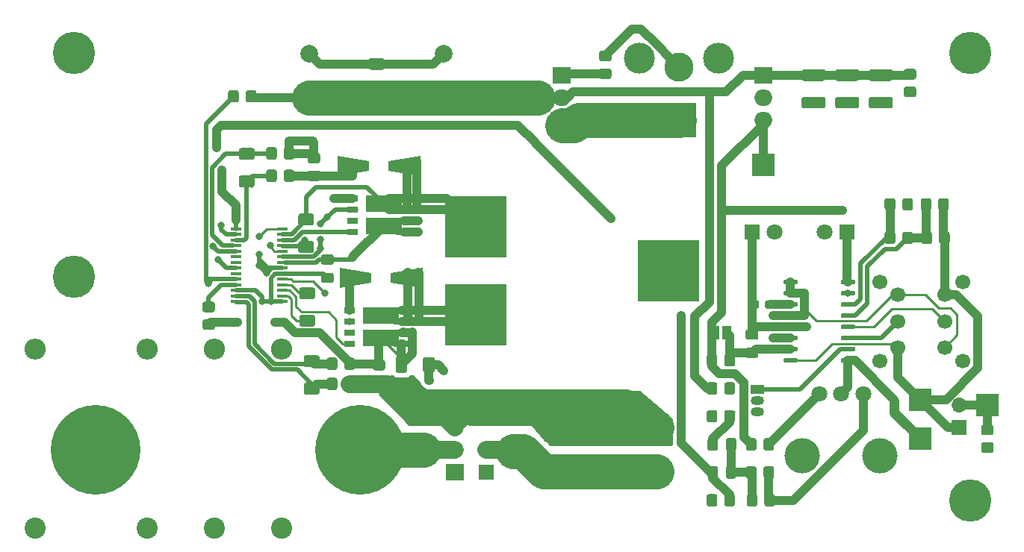
<source format=gbr>
%TF.GenerationSoftware,KiCad,Pcbnew,(5.1.9)-1*%
%TF.CreationDate,2022-12-04T20:34:53-06:00*%
%TF.ProjectId,Battery_Charger_V1,42617474-6572-4795-9f43-686172676572,rev?*%
%TF.SameCoordinates,Original*%
%TF.FileFunction,Copper,L1,Top*%
%TF.FilePolarity,Positive*%
%FSLAX46Y46*%
G04 Gerber Fmt 4.6, Leading zero omitted, Abs format (unit mm)*
G04 Created by KiCad (PCBNEW (5.1.9)-1) date 2022-12-04 20:34:53*
%MOMM*%
%LPD*%
G01*
G04 APERTURE LIST*
%TA.AperFunction,ComponentPad*%
%ADD10C,1.700000*%
%TD*%
%TA.AperFunction,ComponentPad*%
%ADD11C,2.000000*%
%TD*%
%TA.AperFunction,ComponentPad*%
%ADD12R,2.000000X2.000000*%
%TD*%
%TA.AperFunction,SMDPad,CuDef*%
%ADD13R,4.100000X1.970000*%
%TD*%
%TA.AperFunction,SMDPad,CuDef*%
%ADD14R,1.900000X0.700000*%
%TD*%
%TA.AperFunction,SMDPad,CuDef*%
%ADD15R,1.150000X0.700000*%
%TD*%
%TA.AperFunction,ComponentPad*%
%ADD16C,10.160000*%
%TD*%
%TA.AperFunction,ComponentPad*%
%ADD17R,1.800000X1.800000*%
%TD*%
%TA.AperFunction,ComponentPad*%
%ADD18C,1.800000*%
%TD*%
%TA.AperFunction,SMDPad,CuDef*%
%ADD19C,0.100000*%
%TD*%
%TA.AperFunction,ComponentPad*%
%ADD20R,4.000000X4.000000*%
%TD*%
%TA.AperFunction,ComponentPad*%
%ADD21C,3.300000*%
%TD*%
%TA.AperFunction,ComponentPad*%
%ADD22C,3.500000*%
%TD*%
%TA.AperFunction,ComponentPad*%
%ADD23R,1.700000X1.700000*%
%TD*%
%TA.AperFunction,ComponentPad*%
%ADD24O,1.700000X1.700000*%
%TD*%
%TA.AperFunction,ComponentPad*%
%ADD25C,4.800000*%
%TD*%
%TA.AperFunction,SMDPad,CuDef*%
%ADD26R,1.000000X1.500000*%
%TD*%
%TA.AperFunction,SMDPad,CuDef*%
%ADD27R,7.000000X7.000000*%
%TD*%
%TA.AperFunction,ComponentPad*%
%ADD28R,2.000000X1.905000*%
%TD*%
%TA.AperFunction,ComponentPad*%
%ADD29O,2.000000X1.905000*%
%TD*%
%TA.AperFunction,ComponentPad*%
%ADD30O,1.500000X1.050000*%
%TD*%
%TA.AperFunction,ComponentPad*%
%ADD31R,1.500000X1.050000*%
%TD*%
%TA.AperFunction,WasherPad*%
%ADD32C,4.000000*%
%TD*%
%TA.AperFunction,SMDPad,CuDef*%
%ADD33R,2.500000X2.500000*%
%TD*%
%TA.AperFunction,SMDPad,CuDef*%
%ADD34R,1.200000X0.400000*%
%TD*%
%TA.AperFunction,ComponentPad*%
%ADD35C,2.400000*%
%TD*%
%TA.AperFunction,ComponentPad*%
%ADD36O,2.400000X2.400000*%
%TD*%
%TA.AperFunction,ViaPad*%
%ADD37C,0.800000*%
%TD*%
%TA.AperFunction,Conductor*%
%ADD38C,4.000000*%
%TD*%
%TA.AperFunction,Conductor*%
%ADD39C,0.250000*%
%TD*%
%TA.AperFunction,Conductor*%
%ADD40C,2.000000*%
%TD*%
%TA.AperFunction,Conductor*%
%ADD41C,0.500000*%
%TD*%
%TA.AperFunction,Conductor*%
%ADD42C,1.000000*%
%TD*%
%TA.AperFunction,Conductor*%
%ADD43C,3.000000*%
%TD*%
%TA.AperFunction,Conductor*%
%ADD44C,0.254000*%
%TD*%
%TA.AperFunction,Conductor*%
%ADD45C,0.100000*%
%TD*%
G04 APERTURE END LIST*
D10*
%TO.P,SW1,0*%
%TO.N,GND*%
X198502000Y-103577000D03*
X198502000Y-112577000D03*
X189102000Y-103577000D03*
X189102000Y-112577000D03*
%TO.P,SW1,6*%
%TO.N,/REF*%
X196452000Y-105077000D03*
%TO.P,SW1,5*%
%TO.N,/PGM1*%
X196452000Y-108077000D03*
%TO.P,SW1,4*%
%TO.N,/FB_BATT-*%
X196452000Y-111077000D03*
%TO.P,SW1,3*%
X191152000Y-105077000D03*
%TO.P,SW1,2*%
%TO.N,/PGM0*%
X191152000Y-108077000D03*
%TO.P,SW1,1*%
%TO.N,/REF*%
X191152000Y-111077000D03*
%TD*%
D11*
%TO.P,C23,2*%
%TO.N,GNDPWR*%
X124460000Y-77677000D03*
D12*
%TO.P,C23,1*%
%TO.N,/DC*%
X124460000Y-82677000D03*
%TD*%
%TO.P,R37,1*%
%TO.N,Net-(C20-Pad1)*%
%TA.AperFunction,SMDPad,CuDef*%
G36*
G01*
X115240000Y-83000001D02*
X115240000Y-82099999D01*
G75*
G02*
X115489999Y-81850000I249999J0D01*
G01*
X116190001Y-81850000D01*
G75*
G02*
X116440000Y-82099999I0J-249999D01*
G01*
X116440000Y-83000001D01*
G75*
G02*
X116190001Y-83250000I-249999J0D01*
G01*
X115489999Y-83250000D01*
G75*
G02*
X115240000Y-83000001I0J249999D01*
G01*
G37*
%TD.AperFunction*%
%TO.P,R37,2*%
%TO.N,/DC*%
%TA.AperFunction,SMDPad,CuDef*%
G36*
G01*
X117240000Y-83000001D02*
X117240000Y-82099999D01*
G75*
G02*
X117489999Y-81850000I249999J0D01*
G01*
X118190001Y-81850000D01*
G75*
G02*
X118440000Y-82099999I0J-249999D01*
G01*
X118440000Y-83000001D01*
G75*
G02*
X118190001Y-83250000I-249999J0D01*
G01*
X117489999Y-83250000D01*
G75*
G02*
X117240000Y-83000001I0J249999D01*
G01*
G37*
%TD.AperFunction*%
%TD*%
D13*
%TO.P,Q4,5*%
%TO.N,/Vout*%
X132588000Y-109982000D03*
D14*
%TO.P,Q4,6*%
X134888000Y-109347000D03*
%TO.P,Q4,5*%
X134888000Y-110617000D03*
D15*
%TO.P,Q4,4*%
%TO.N,/TG2*%
X129038000Y-110617000D03*
%TO.P,Q4,2*%
%TO.N,/BG2*%
X129038000Y-108077000D03*
%TO.P,Q4,1*%
%TO.N,Net-(D6-Pad2)*%
X129038000Y-106807000D03*
D13*
%TO.P,Q4,7*%
%TO.N,Net-(D7-Pad2)*%
X132588000Y-107442000D03*
D15*
%TO.P,Q4,3*%
%TO.N,N/C*%
X129038000Y-109347000D03*
D14*
%TO.P,Q4,7*%
%TO.N,Net-(D7-Pad2)*%
X134888000Y-108077000D03*
%TO.P,Q4,8*%
X134888000Y-106807000D03*
%TD*%
D13*
%TO.P,Q3,5*%
%TO.N,/DC*%
X132863000Y-97282000D03*
D14*
%TO.P,Q3,6*%
X135163000Y-96647000D03*
%TO.P,Q3,5*%
X135163000Y-97917000D03*
D15*
%TO.P,Q3,4*%
%TO.N,Net-(Q3-Pad4)*%
X129313000Y-97917000D03*
%TO.P,Q3,2*%
%TO.N,Net-(Q3-Pad2)*%
X129313000Y-95377000D03*
%TO.P,Q3,1*%
%TO.N,Net-(D6-Pad2)*%
X129313000Y-94107000D03*
D13*
%TO.P,Q3,7*%
%TO.N,Net-(C5-Pad2)*%
X132863000Y-94742000D03*
D15*
%TO.P,Q3,3*%
%TO.N,N/C*%
X129313000Y-96647000D03*
D14*
%TO.P,Q3,7*%
%TO.N,Net-(C5-Pad2)*%
X135163000Y-95377000D03*
%TO.P,Q3,8*%
X135163000Y-94107000D03*
%TD*%
D16*
%TO.P,BT1,1*%
%TO.N,+BATT*%
X130175000Y-122682000D03*
%TO.P,BT1,2*%
%TO.N,-BATT*%
X100205000Y-122682000D03*
%TD*%
%TO.P,C3,2*%
%TO.N,GND*%
%TA.AperFunction,SMDPad,CuDef*%
G36*
G01*
X175443000Y-105934500D02*
X175443000Y-106409500D01*
G75*
G02*
X175205500Y-106647000I-237500J0D01*
G01*
X174605500Y-106647000D01*
G75*
G02*
X174368000Y-106409500I0J237500D01*
G01*
X174368000Y-105934500D01*
G75*
G02*
X174605500Y-105697000I237500J0D01*
G01*
X175205500Y-105697000D01*
G75*
G02*
X175443000Y-105934500I0J-237500D01*
G01*
G37*
%TD.AperFunction*%
%TO.P,C3,1*%
%TO.N,/CC*%
%TA.AperFunction,SMDPad,CuDef*%
G36*
G01*
X177168000Y-105934500D02*
X177168000Y-106409500D01*
G75*
G02*
X176930500Y-106647000I-237500J0D01*
G01*
X176330500Y-106647000D01*
G75*
G02*
X176093000Y-106409500I0J237500D01*
G01*
X176093000Y-105934500D01*
G75*
G02*
X176330500Y-105697000I237500J0D01*
G01*
X176930500Y-105697000D01*
G75*
G02*
X177168000Y-105934500I0J-237500D01*
G01*
G37*
%TD.AperFunction*%
%TD*%
%TO.P,C5,2*%
%TO.N,Net-(C5-Pad2)*%
%TA.AperFunction,SMDPad,CuDef*%
G36*
G01*
X124729002Y-97182500D02*
X123428998Y-97182500D01*
G75*
G02*
X123179000Y-96932502I0J249998D01*
G01*
X123179000Y-96107498D01*
G75*
G02*
X123428998Y-95857500I249998J0D01*
G01*
X124729002Y-95857500D01*
G75*
G02*
X124979000Y-96107498I0J-249998D01*
G01*
X124979000Y-96932502D01*
G75*
G02*
X124729002Y-97182500I-249998J0D01*
G01*
G37*
%TD.AperFunction*%
%TO.P,C5,1*%
%TO.N,Net-(C5-Pad1)*%
%TA.AperFunction,SMDPad,CuDef*%
G36*
G01*
X124729002Y-100307500D02*
X123428998Y-100307500D01*
G75*
G02*
X123179000Y-100057502I0J249998D01*
G01*
X123179000Y-99232498D01*
G75*
G02*
X123428998Y-98982500I249998J0D01*
G01*
X124729002Y-98982500D01*
G75*
G02*
X124979000Y-99232498I0J-249998D01*
G01*
X124979000Y-100057502D01*
G75*
G02*
X124729002Y-100307500I-249998J0D01*
G01*
G37*
%TD.AperFunction*%
%TD*%
%TO.P,C6,2*%
%TO.N,Net-(C6-Pad2)*%
%TA.AperFunction,SMDPad,CuDef*%
G36*
G01*
X124856002Y-105564500D02*
X123555998Y-105564500D01*
G75*
G02*
X123306000Y-105314502I0J249998D01*
G01*
X123306000Y-104489498D01*
G75*
G02*
X123555998Y-104239500I249998J0D01*
G01*
X124856002Y-104239500D01*
G75*
G02*
X125106000Y-104489498I0J-249998D01*
G01*
X125106000Y-105314502D01*
G75*
G02*
X124856002Y-105564500I-249998J0D01*
G01*
G37*
%TD.AperFunction*%
%TO.P,C6,1*%
%TO.N,Net-(C6-Pad1)*%
%TA.AperFunction,SMDPad,CuDef*%
G36*
G01*
X124856002Y-108689500D02*
X123555998Y-108689500D01*
G75*
G02*
X123306000Y-108439502I0J249998D01*
G01*
X123306000Y-107614498D01*
G75*
G02*
X123555998Y-107364500I249998J0D01*
G01*
X124856002Y-107364500D01*
G75*
G02*
X125106000Y-107614498I0J-249998D01*
G01*
X125106000Y-108439502D01*
G75*
G02*
X124856002Y-108689500I-249998J0D01*
G01*
G37*
%TD.AperFunction*%
%TD*%
%TO.P,C7,1*%
%TO.N,/DC*%
%TA.AperFunction,SMDPad,CuDef*%
G36*
G01*
X126017000Y-100483000D02*
X126967000Y-100483000D01*
G75*
G02*
X127217000Y-100733000I0J-250000D01*
G01*
X127217000Y-101408000D01*
G75*
G02*
X126967000Y-101658000I-250000J0D01*
G01*
X126017000Y-101658000D01*
G75*
G02*
X125767000Y-101408000I0J250000D01*
G01*
X125767000Y-100733000D01*
G75*
G02*
X126017000Y-100483000I250000J0D01*
G01*
G37*
%TD.AperFunction*%
%TO.P,C7,2*%
%TO.N,GND*%
%TA.AperFunction,SMDPad,CuDef*%
G36*
G01*
X126017000Y-102558000D02*
X126967000Y-102558000D01*
G75*
G02*
X127217000Y-102808000I0J-250000D01*
G01*
X127217000Y-103483000D01*
G75*
G02*
X126967000Y-103733000I-250000J0D01*
G01*
X126017000Y-103733000D01*
G75*
G02*
X125767000Y-103483000I0J250000D01*
G01*
X125767000Y-102808000D01*
G75*
G02*
X126017000Y-102558000I250000J0D01*
G01*
G37*
%TD.AperFunction*%
%TD*%
%TO.P,C9,2*%
%TO.N,GND*%
%TA.AperFunction,SMDPad,CuDef*%
G36*
G01*
X175100000Y-110167000D02*
X174150000Y-110167000D01*
G75*
G02*
X173900000Y-109917000I0J250000D01*
G01*
X173900000Y-109242000D01*
G75*
G02*
X174150000Y-108992000I250000J0D01*
G01*
X175100000Y-108992000D01*
G75*
G02*
X175350000Y-109242000I0J-250000D01*
G01*
X175350000Y-109917000D01*
G75*
G02*
X175100000Y-110167000I-250000J0D01*
G01*
G37*
%TD.AperFunction*%
%TO.P,C9,1*%
%TO.N,Net-(C9-Pad1)*%
%TA.AperFunction,SMDPad,CuDef*%
G36*
G01*
X175100000Y-112242000D02*
X174150000Y-112242000D01*
G75*
G02*
X173900000Y-111992000I0J250000D01*
G01*
X173900000Y-111317000D01*
G75*
G02*
X174150000Y-111067000I250000J0D01*
G01*
X175100000Y-111067000D01*
G75*
G02*
X175350000Y-111317000I0J-250000D01*
G01*
X175350000Y-111992000D01*
G75*
G02*
X175100000Y-112242000I-250000J0D01*
G01*
G37*
%TD.AperFunction*%
%TD*%
%TO.P,C10,2*%
%TO.N,GND*%
%TA.AperFunction,SMDPad,CuDef*%
G36*
G01*
X171667500Y-122522000D02*
X171667500Y-121572000D01*
G75*
G02*
X171917500Y-121322000I250000J0D01*
G01*
X172592500Y-121322000D01*
G75*
G02*
X172842500Y-121572000I0J-250000D01*
G01*
X172842500Y-122522000D01*
G75*
G02*
X172592500Y-122772000I-250000J0D01*
G01*
X171917500Y-122772000D01*
G75*
G02*
X171667500Y-122522000I0J250000D01*
G01*
G37*
%TD.AperFunction*%
%TO.P,C10,1*%
%TO.N,Net-(C10-Pad1)*%
%TA.AperFunction,SMDPad,CuDef*%
G36*
G01*
X169592500Y-122522000D02*
X169592500Y-121572000D01*
G75*
G02*
X169842500Y-121322000I250000J0D01*
G01*
X170517500Y-121322000D01*
G75*
G02*
X170767500Y-121572000I0J-250000D01*
G01*
X170767500Y-122522000D01*
G75*
G02*
X170517500Y-122772000I-250000J0D01*
G01*
X169842500Y-122772000D01*
G75*
G02*
X169592500Y-122522000I0J250000D01*
G01*
G37*
%TD.AperFunction*%
%TD*%
%TO.P,C11,2*%
%TO.N,GND*%
%TA.AperFunction,SMDPad,CuDef*%
G36*
G01*
X171667500Y-125697000D02*
X171667500Y-124747000D01*
G75*
G02*
X171917500Y-124497000I250000J0D01*
G01*
X172592500Y-124497000D01*
G75*
G02*
X172842500Y-124747000I0J-250000D01*
G01*
X172842500Y-125697000D01*
G75*
G02*
X172592500Y-125947000I-250000J0D01*
G01*
X171917500Y-125947000D01*
G75*
G02*
X171667500Y-125697000I0J250000D01*
G01*
G37*
%TD.AperFunction*%
%TO.P,C11,1*%
%TO.N,/FB_BATT-*%
%TA.AperFunction,SMDPad,CuDef*%
G36*
G01*
X169592500Y-125697000D02*
X169592500Y-124747000D01*
G75*
G02*
X169842500Y-124497000I250000J0D01*
G01*
X170517500Y-124497000D01*
G75*
G02*
X170767500Y-124747000I0J-250000D01*
G01*
X170767500Y-125697000D01*
G75*
G02*
X170517500Y-125947000I-250000J0D01*
G01*
X169842500Y-125947000D01*
G75*
G02*
X169592500Y-125697000I0J250000D01*
G01*
G37*
%TD.AperFunction*%
%TD*%
%TO.P,C12,1*%
%TO.N,/DC*%
%TA.AperFunction,SMDPad,CuDef*%
G36*
G01*
X132730002Y-82654500D02*
X131429998Y-82654500D01*
G75*
G02*
X131180000Y-82404502I0J249998D01*
G01*
X131180000Y-81579498D01*
G75*
G02*
X131429998Y-81329500I249998J0D01*
G01*
X132730002Y-81329500D01*
G75*
G02*
X132980000Y-81579498I0J-249998D01*
G01*
X132980000Y-82404502D01*
G75*
G02*
X132730002Y-82654500I-249998J0D01*
G01*
G37*
%TD.AperFunction*%
%TO.P,C12,2*%
%TO.N,GNDPWR*%
%TA.AperFunction,SMDPad,CuDef*%
G36*
G01*
X132730002Y-79529500D02*
X131429998Y-79529500D01*
G75*
G02*
X131180000Y-79279502I0J249998D01*
G01*
X131180000Y-78454498D01*
G75*
G02*
X131429998Y-78204500I249998J0D01*
G01*
X132730002Y-78204500D01*
G75*
G02*
X132980000Y-78454498I0J-249998D01*
G01*
X132980000Y-79279502D01*
G75*
G02*
X132730002Y-79529500I-249998J0D01*
G01*
G37*
%TD.AperFunction*%
%TD*%
%TO.P,C13,1*%
%TO.N,Net-(C13-Pad1)*%
%TA.AperFunction,SMDPad,CuDef*%
G36*
G01*
X117998002Y-92864500D02*
X116697998Y-92864500D01*
G75*
G02*
X116448000Y-92614502I0J249998D01*
G01*
X116448000Y-91789498D01*
G75*
G02*
X116697998Y-91539500I249998J0D01*
G01*
X117998002Y-91539500D01*
G75*
G02*
X118248000Y-91789498I0J-249998D01*
G01*
X118248000Y-92614502D01*
G75*
G02*
X117998002Y-92864500I-249998J0D01*
G01*
G37*
%TD.AperFunction*%
%TO.P,C13,2*%
%TO.N,Net-(C13-Pad2)*%
%TA.AperFunction,SMDPad,CuDef*%
G36*
G01*
X117998002Y-89739500D02*
X116697998Y-89739500D01*
G75*
G02*
X116448000Y-89489502I0J249998D01*
G01*
X116448000Y-88664498D01*
G75*
G02*
X116697998Y-88414500I249998J0D01*
G01*
X117998002Y-88414500D01*
G75*
G02*
X118248000Y-88664498I0J-249998D01*
G01*
X118248000Y-89489502D01*
G75*
G02*
X117998002Y-89739500I-249998J0D01*
G01*
G37*
%TD.AperFunction*%
%TD*%
%TO.P,C14,1*%
%TO.N,Net-(C14-Pad1)*%
%TA.AperFunction,SMDPad,CuDef*%
G36*
G01*
X124063998Y-111948000D02*
X125364002Y-111948000D01*
G75*
G02*
X125614000Y-112197998I0J-249998D01*
G01*
X125614000Y-113023002D01*
G75*
G02*
X125364002Y-113273000I-249998J0D01*
G01*
X124063998Y-113273000D01*
G75*
G02*
X123814000Y-113023002I0J249998D01*
G01*
X123814000Y-112197998D01*
G75*
G02*
X124063998Y-111948000I249998J0D01*
G01*
G37*
%TD.AperFunction*%
%TO.P,C14,2*%
%TO.N,Net-(C14-Pad2)*%
%TA.AperFunction,SMDPad,CuDef*%
G36*
G01*
X124063998Y-115073000D02*
X125364002Y-115073000D01*
G75*
G02*
X125614000Y-115322998I0J-249998D01*
G01*
X125614000Y-116148002D01*
G75*
G02*
X125364002Y-116398000I-249998J0D01*
G01*
X124063998Y-116398000D01*
G75*
G02*
X123814000Y-116148002I0J249998D01*
G01*
X123814000Y-115322998D01*
G75*
G02*
X124063998Y-115073000I249998J0D01*
G01*
G37*
%TD.AperFunction*%
%TD*%
%TO.P,C15,2*%
%TO.N,GNDPWR*%
%TA.AperFunction,SMDPad,CuDef*%
G36*
G01*
X137336500Y-113680002D02*
X137336500Y-112379998D01*
G75*
G02*
X137586498Y-112130000I249998J0D01*
G01*
X138411502Y-112130000D01*
G75*
G02*
X138661500Y-112379998I0J-249998D01*
G01*
X138661500Y-113680002D01*
G75*
G02*
X138411502Y-113930000I-249998J0D01*
G01*
X137586498Y-113930000D01*
G75*
G02*
X137336500Y-113680002I0J249998D01*
G01*
G37*
%TD.AperFunction*%
%TO.P,C15,1*%
%TO.N,/Vout*%
%TA.AperFunction,SMDPad,CuDef*%
G36*
G01*
X134211500Y-113680002D02*
X134211500Y-112379998D01*
G75*
G02*
X134461498Y-112130000I249998J0D01*
G01*
X135286502Y-112130000D01*
G75*
G02*
X135536500Y-112379998I0J-249998D01*
G01*
X135536500Y-113680002D01*
G75*
G02*
X135286502Y-113930000I-249998J0D01*
G01*
X134461498Y-113930000D01*
G75*
G02*
X134211500Y-113680002I0J249998D01*
G01*
G37*
%TD.AperFunction*%
%TD*%
%TO.P,C17,2*%
%TO.N,GND*%
%TA.AperFunction,SMDPad,CuDef*%
G36*
G01*
X188129998Y-82599500D02*
X190330002Y-82599500D01*
G75*
G02*
X190580000Y-82849498I0J-249998D01*
G01*
X190580000Y-83674502D01*
G75*
G02*
X190330002Y-83924500I-249998J0D01*
G01*
X188129998Y-83924500D01*
G75*
G02*
X187880000Y-83674502I0J249998D01*
G01*
X187880000Y-82849498D01*
G75*
G02*
X188129998Y-82599500I249998J0D01*
G01*
G37*
%TD.AperFunction*%
%TO.P,C17,1*%
%TO.N,/DC*%
%TA.AperFunction,SMDPad,CuDef*%
G36*
G01*
X188129998Y-79474500D02*
X190330002Y-79474500D01*
G75*
G02*
X190580000Y-79724498I0J-249998D01*
G01*
X190580000Y-80549502D01*
G75*
G02*
X190330002Y-80799500I-249998J0D01*
G01*
X188129998Y-80799500D01*
G75*
G02*
X187880000Y-80549502I0J249998D01*
G01*
X187880000Y-79724498D01*
G75*
G02*
X188129998Y-79474500I249998J0D01*
G01*
G37*
%TD.AperFunction*%
%TD*%
%TO.P,C18,1*%
%TO.N,/DC*%
%TA.AperFunction,SMDPad,CuDef*%
G36*
G01*
X184319998Y-79474500D02*
X186520002Y-79474500D01*
G75*
G02*
X186770000Y-79724498I0J-249998D01*
G01*
X186770000Y-80549502D01*
G75*
G02*
X186520002Y-80799500I-249998J0D01*
G01*
X184319998Y-80799500D01*
G75*
G02*
X184070000Y-80549502I0J249998D01*
G01*
X184070000Y-79724498D01*
G75*
G02*
X184319998Y-79474500I249998J0D01*
G01*
G37*
%TD.AperFunction*%
%TO.P,C18,2*%
%TO.N,GND*%
%TA.AperFunction,SMDPad,CuDef*%
G36*
G01*
X184319998Y-82599500D02*
X186520002Y-82599500D01*
G75*
G02*
X186770000Y-82849498I0J-249998D01*
G01*
X186770000Y-83674502D01*
G75*
G02*
X186520002Y-83924500I-249998J0D01*
G01*
X184319998Y-83924500D01*
G75*
G02*
X184070000Y-83674502I0J249998D01*
G01*
X184070000Y-82849498D01*
G75*
G02*
X184319998Y-82599500I249998J0D01*
G01*
G37*
%TD.AperFunction*%
%TD*%
%TO.P,C19,1*%
%TO.N,/DC*%
%TA.AperFunction,SMDPad,CuDef*%
G36*
G01*
X180509998Y-79474500D02*
X182710002Y-79474500D01*
G75*
G02*
X182960000Y-79724498I0J-249998D01*
G01*
X182960000Y-80549502D01*
G75*
G02*
X182710002Y-80799500I-249998J0D01*
G01*
X180509998Y-80799500D01*
G75*
G02*
X180260000Y-80549502I0J249998D01*
G01*
X180260000Y-79724498D01*
G75*
G02*
X180509998Y-79474500I249998J0D01*
G01*
G37*
%TD.AperFunction*%
%TO.P,C19,2*%
%TO.N,GND*%
%TA.AperFunction,SMDPad,CuDef*%
G36*
G01*
X180509998Y-82599500D02*
X182710002Y-82599500D01*
G75*
G02*
X182960000Y-82849498I0J-249998D01*
G01*
X182960000Y-83674502D01*
G75*
G02*
X182710002Y-83924500I-249998J0D01*
G01*
X180509998Y-83924500D01*
G75*
G02*
X180260000Y-83674502I0J249998D01*
G01*
X180260000Y-82849498D01*
G75*
G02*
X180509998Y-82599500I249998J0D01*
G01*
G37*
%TD.AperFunction*%
%TD*%
D12*
%TO.P,C22,1*%
%TO.N,/DC*%
X139700000Y-82677000D03*
D11*
%TO.P,C22,2*%
%TO.N,GNDPWR*%
X139700000Y-77677000D03*
%TD*%
%TO.P,C24,2*%
%TO.N,GNDPWR*%
X163830000Y-125142000D03*
D12*
%TO.P,C24,1*%
%TO.N,/VSMPS*%
X163830000Y-120142000D03*
%TD*%
%TO.P,C25,1*%
%TO.N,/VSMPS*%
X152400000Y-120142000D03*
D11*
%TO.P,C25,2*%
%TO.N,GNDPWR*%
X152400000Y-125142000D03*
%TD*%
D17*
%TO.P,D1,1*%
%TO.N,GND*%
X174625000Y-97917000D03*
D18*
%TO.P,D1,2*%
%TO.N,/PWR_LED*%
X177165000Y-97917000D03*
%TD*%
%TO.P,D2,2*%
%TO.N,/FASTCHG_LED*%
X182880000Y-97917000D03*
D17*
%TO.P,D2,1*%
%TO.N,/nFASTCHG*%
X185420000Y-97917000D03*
%TD*%
%TA.AperFunction,SMDPad,CuDef*%
D19*
%TO.P,D6,2*%
%TO.N,Net-(D6-Pad2)*%
G36*
X127634000Y-91574000D02*
G01*
X127634000Y-89274000D01*
X131234000Y-89874000D01*
X131234000Y-90974000D01*
X127634000Y-91574000D01*
G37*
%TD.AperFunction*%
%TA.AperFunction,SMDPad,CuDef*%
%TO.P,D6,1*%
%TO.N,Net-(C5-Pad2)*%
G36*
X137034000Y-89274000D02*
G01*
X137034000Y-91574000D01*
X133434000Y-90974000D01*
X133434000Y-89874000D01*
X137034000Y-89274000D01*
G37*
%TD.AperFunction*%
%TD*%
%TA.AperFunction,SMDPad,CuDef*%
%TO.P,D8,1*%
%TO.N,Net-(D7-Pad2)*%
G36*
X137288000Y-101974000D02*
G01*
X137288000Y-104274000D01*
X133688000Y-103674000D01*
X133688000Y-102574000D01*
X137288000Y-101974000D01*
G37*
%TD.AperFunction*%
%TA.AperFunction,SMDPad,CuDef*%
%TO.P,D8,2*%
%TO.N,Net-(D6-Pad2)*%
G36*
X127888000Y-104274000D02*
G01*
X127888000Y-101974000D01*
X131488000Y-102574000D01*
X131488000Y-103674000D01*
X127888000Y-104274000D01*
G37*
%TD.AperFunction*%
%TD*%
D20*
%TO.P,J1,1*%
%TO.N,Net-(J1-Pad1)*%
X166370000Y-85217000D03*
D21*
%TO.P,J1,2*%
%TO.N,GND*%
X166370000Y-79217000D03*
D22*
%TO.P,J1,MP*%
%TO.N,N/C*%
X170870000Y-78217000D03*
X161870000Y-78217000D03*
%TD*%
D23*
%TO.P,J2,1*%
%TO.N,Net-(J2-Pad1)*%
X144526000Y-125222000D03*
D24*
%TO.P,J2,2*%
%TO.N,GNDPWR*%
X144526000Y-122682000D03*
%TD*%
D25*
%TO.P,J3,1*%
%TO.N,GND*%
X199390000Y-77597000D03*
%TD*%
%TO.P,J4,1*%
%TO.N,GND*%
X199390000Y-128397000D03*
%TD*%
%TO.P,J5,1*%
%TO.N,Net-(J5-Pad1)*%
X97790000Y-77597000D03*
%TD*%
%TO.P,J6,1*%
%TO.N,Net-(J6-Pad1)*%
X97790000Y-102997000D03*
%TD*%
D26*
%TO.P,JP1,2*%
%TO.N,Net-(C9-Pad1)*%
X171734000Y-109347000D03*
%TO.P,JP1,1*%
%TO.N,+5V*%
X170434000Y-109347000D03*
%TD*%
D27*
%TO.P,L1,1*%
%TO.N,Net-(C5-Pad2)*%
X143280000Y-97362000D03*
%TO.P,L1,2*%
%TO.N,Net-(D7-Pad2)*%
X143280000Y-107362000D03*
%TO.P,L1,4*%
%TO.N,N/C*%
X165180000Y-102362000D03*
%TD*%
D28*
%TO.P,Q1,1*%
%TO.N,Net-(Q1-Pad1)*%
X153035000Y-80137000D03*
D29*
%TO.P,Q1,2*%
%TO.N,/DC*%
X153035000Y-82677000D03*
%TO.P,Q1,3*%
%TO.N,Net-(J1-Pad1)*%
X153035000Y-85217000D03*
%TD*%
D28*
%TO.P,Q2,1*%
%TO.N,Net-(Q2-Pad1)*%
X140970000Y-125222000D03*
D29*
%TO.P,Q2,2*%
%TO.N,+BATT*%
X140970000Y-122682000D03*
%TO.P,Q2,3*%
%TO.N,/VSMPS*%
X140970000Y-120142000D03*
%TD*%
D30*
%TO.P,Q7,2*%
%TO.N,Net-(Q7-Pad2)*%
X175260000Y-117094000D03*
%TO.P,Q7,3*%
%TO.N,Net-(C10-Pad1)*%
X175260000Y-118364000D03*
D31*
%TO.P,Q7,1*%
%TO.N,/FB_BATT+*%
X175260000Y-115824000D03*
%TD*%
%TO.P,R1,2*%
%TO.N,Net-(D6-Pad2)*%
%TA.AperFunction,SMDPad,CuDef*%
G36*
G01*
X124517999Y-90967000D02*
X125418001Y-90967000D01*
G75*
G02*
X125668000Y-91216999I0J-249999D01*
G01*
X125668000Y-91917001D01*
G75*
G02*
X125418001Y-92167000I-249999J0D01*
G01*
X124517999Y-92167000D01*
G75*
G02*
X124268000Y-91917001I0J249999D01*
G01*
X124268000Y-91216999D01*
G75*
G02*
X124517999Y-90967000I249999J0D01*
G01*
G37*
%TD.AperFunction*%
%TO.P,R1,1*%
%TO.N,GNDPWR*%
%TA.AperFunction,SMDPad,CuDef*%
G36*
G01*
X124517999Y-88967000D02*
X125418001Y-88967000D01*
G75*
G02*
X125668000Y-89216999I0J-249999D01*
G01*
X125668000Y-89917001D01*
G75*
G02*
X125418001Y-90167000I-249999J0D01*
G01*
X124517999Y-90167000D01*
G75*
G02*
X124268000Y-89917001I0J249999D01*
G01*
X124268000Y-89216999D01*
G75*
G02*
X124517999Y-88967000I249999J0D01*
G01*
G37*
%TD.AperFunction*%
%TD*%
%TO.P,R2,1*%
%TO.N,/Vout*%
%TA.AperFunction,SMDPad,CuDef*%
G36*
G01*
X131883999Y-112462000D02*
X132784001Y-112462000D01*
G75*
G02*
X133034000Y-112711999I0J-249999D01*
G01*
X133034000Y-113412001D01*
G75*
G02*
X132784001Y-113662000I-249999J0D01*
G01*
X131883999Y-113662000D01*
G75*
G02*
X131634000Y-113412001I0J249999D01*
G01*
X131634000Y-112711999D01*
G75*
G02*
X131883999Y-112462000I249999J0D01*
G01*
G37*
%TD.AperFunction*%
%TO.P,R2,2*%
%TO.N,/VSMPS*%
%TA.AperFunction,SMDPad,CuDef*%
G36*
G01*
X131883999Y-114462000D02*
X132784001Y-114462000D01*
G75*
G02*
X133034000Y-114711999I0J-249999D01*
G01*
X133034000Y-115412001D01*
G75*
G02*
X132784001Y-115662000I-249999J0D01*
G01*
X131883999Y-115662000D01*
G75*
G02*
X131634000Y-115412001I0J249999D01*
G01*
X131634000Y-114711999D01*
G75*
G02*
X131883999Y-114462000I249999J0D01*
G01*
G37*
%TD.AperFunction*%
%TD*%
%TO.P,R8,2*%
%TO.N,+5V*%
%TA.AperFunction,SMDPad,CuDef*%
G36*
G01*
X170685000Y-112071999D02*
X170685000Y-112972001D01*
G75*
G02*
X170435001Y-113222000I-249999J0D01*
G01*
X169734999Y-113222000D01*
G75*
G02*
X169485000Y-112972001I0J249999D01*
G01*
X169485000Y-112071999D01*
G75*
G02*
X169734999Y-111822000I249999J0D01*
G01*
X170435001Y-111822000D01*
G75*
G02*
X170685000Y-112071999I0J-249999D01*
G01*
G37*
%TD.AperFunction*%
%TO.P,R8,1*%
%TO.N,Net-(C9-Pad1)*%
%TA.AperFunction,SMDPad,CuDef*%
G36*
G01*
X172685000Y-112071999D02*
X172685000Y-112972001D01*
G75*
G02*
X172435001Y-113222000I-249999J0D01*
G01*
X171734999Y-113222000D01*
G75*
G02*
X171485000Y-112972001I0J249999D01*
G01*
X171485000Y-112071999D01*
G75*
G02*
X171734999Y-111822000I249999J0D01*
G01*
X172435001Y-111822000D01*
G75*
G02*
X172685000Y-112071999I0J-249999D01*
G01*
G37*
%TD.AperFunction*%
%TD*%
%TO.P,R9,2*%
%TO.N,/Vout*%
%TA.AperFunction,SMDPad,CuDef*%
G36*
G01*
X112579999Y-107858000D02*
X113480001Y-107858000D01*
G75*
G02*
X113730000Y-108107999I0J-249999D01*
G01*
X113730000Y-108808001D01*
G75*
G02*
X113480001Y-109058000I-249999J0D01*
G01*
X112579999Y-109058000D01*
G75*
G02*
X112330000Y-108808001I0J249999D01*
G01*
X112330000Y-108107999D01*
G75*
G02*
X112579999Y-107858000I249999J0D01*
G01*
G37*
%TD.AperFunction*%
%TO.P,R9,1*%
%TO.N,Net-(C4-Pad2)*%
%TA.AperFunction,SMDPad,CuDef*%
G36*
G01*
X112579999Y-105858000D02*
X113480001Y-105858000D01*
G75*
G02*
X113730000Y-106107999I0J-249999D01*
G01*
X113730000Y-106808001D01*
G75*
G02*
X113480001Y-107058000I-249999J0D01*
G01*
X112579999Y-107058000D01*
G75*
G02*
X112330000Y-106808001I0J249999D01*
G01*
X112330000Y-106107999D01*
G75*
G02*
X112579999Y-105858000I249999J0D01*
G01*
G37*
%TD.AperFunction*%
%TD*%
%TO.P,R10,1*%
%TO.N,/Vout*%
%TA.AperFunction,SMDPad,CuDef*%
G36*
G01*
X129616000Y-112452999D02*
X129616000Y-113353001D01*
G75*
G02*
X129366001Y-113603000I-249999J0D01*
G01*
X128665999Y-113603000D01*
G75*
G02*
X128416000Y-113353001I0J249999D01*
G01*
X128416000Y-112452999D01*
G75*
G02*
X128665999Y-112203000I249999J0D01*
G01*
X129366001Y-112203000D01*
G75*
G02*
X129616000Y-112452999I0J-249999D01*
G01*
G37*
%TD.AperFunction*%
%TO.P,R10,2*%
%TO.N,Net-(C14-Pad1)*%
%TA.AperFunction,SMDPad,CuDef*%
G36*
G01*
X127616000Y-112452999D02*
X127616000Y-113353001D01*
G75*
G02*
X127366001Y-113603000I-249999J0D01*
G01*
X126665999Y-113603000D01*
G75*
G02*
X126416000Y-113353001I0J249999D01*
G01*
X126416000Y-112452999D01*
G75*
G02*
X126665999Y-112203000I249999J0D01*
G01*
X127366001Y-112203000D01*
G75*
G02*
X127616000Y-112452999I0J-249999D01*
G01*
G37*
%TD.AperFunction*%
%TD*%
%TO.P,R11,2*%
%TO.N,Net-(C14-Pad2)*%
%TA.AperFunction,SMDPad,CuDef*%
G36*
G01*
X127616000Y-114738999D02*
X127616000Y-115639001D01*
G75*
G02*
X127366001Y-115889000I-249999J0D01*
G01*
X126665999Y-115889000D01*
G75*
G02*
X126416000Y-115639001I0J249999D01*
G01*
X126416000Y-114738999D01*
G75*
G02*
X126665999Y-114489000I249999J0D01*
G01*
X127366001Y-114489000D01*
G75*
G02*
X127616000Y-114738999I0J-249999D01*
G01*
G37*
%TD.AperFunction*%
%TO.P,R11,1*%
%TO.N,/VSMPS*%
%TA.AperFunction,SMDPad,CuDef*%
G36*
G01*
X129616000Y-114738999D02*
X129616000Y-115639001D01*
G75*
G02*
X129366001Y-115889000I-249999J0D01*
G01*
X128665999Y-115889000D01*
G75*
G02*
X128416000Y-115639001I0J249999D01*
G01*
X128416000Y-114738999D01*
G75*
G02*
X128665999Y-114489000I249999J0D01*
G01*
X129366001Y-114489000D01*
G75*
G02*
X129616000Y-114738999I0J-249999D01*
G01*
G37*
%TD.AperFunction*%
%TD*%
%TO.P,R12,1*%
%TO.N,Net-(C10-Pad1)*%
%TA.AperFunction,SMDPad,CuDef*%
G36*
G01*
X172685000Y-118421999D02*
X172685000Y-119322001D01*
G75*
G02*
X172435001Y-119572000I-249999J0D01*
G01*
X171734999Y-119572000D01*
G75*
G02*
X171485000Y-119322001I0J249999D01*
G01*
X171485000Y-118421999D01*
G75*
G02*
X171734999Y-118172000I249999J0D01*
G01*
X172435001Y-118172000D01*
G75*
G02*
X172685000Y-118421999I0J-249999D01*
G01*
G37*
%TD.AperFunction*%
%TO.P,R12,2*%
%TO.N,Net-(NT2-Pad2)*%
%TA.AperFunction,SMDPad,CuDef*%
G36*
G01*
X170685000Y-118421999D02*
X170685000Y-119322001D01*
G75*
G02*
X170435001Y-119572000I-249999J0D01*
G01*
X169734999Y-119572000D01*
G75*
G02*
X169485000Y-119322001I0J249999D01*
G01*
X169485000Y-118421999D01*
G75*
G02*
X169734999Y-118172000I249999J0D01*
G01*
X170435001Y-118172000D01*
G75*
G02*
X170685000Y-118421999I0J-249999D01*
G01*
G37*
%TD.AperFunction*%
%TD*%
%TO.P,R13,1*%
%TO.N,/FB_BATT-*%
%TA.AperFunction,SMDPad,CuDef*%
G36*
G01*
X172685000Y-127946600D02*
X172685000Y-128847400D01*
G75*
G02*
X172435400Y-129097000I-249600J0D01*
G01*
X171734600Y-129097000D01*
G75*
G02*
X171485000Y-128847400I0J249600D01*
G01*
X171485000Y-127946600D01*
G75*
G02*
X171734600Y-127697000I249600J0D01*
G01*
X172435400Y-127697000D01*
G75*
G02*
X172685000Y-127946600I0J-249600D01*
G01*
G37*
%TD.AperFunction*%
%TO.P,R13,2*%
%TO.N,Net-(NT3-Pad2)*%
%TA.AperFunction,SMDPad,CuDef*%
G36*
G01*
X170685000Y-127946999D02*
X170685000Y-128847001D01*
G75*
G02*
X170435001Y-129097000I-249999J0D01*
G01*
X169734999Y-129097000D01*
G75*
G02*
X169485000Y-128847001I0J249999D01*
G01*
X169485000Y-127946999D01*
G75*
G02*
X169734999Y-127697000I249999J0D01*
G01*
X170435001Y-127697000D01*
G75*
G02*
X170685000Y-127946999I0J-249999D01*
G01*
G37*
%TD.AperFunction*%
%TD*%
%TO.P,R14,1*%
%TO.N,Net-(D6-Pad2)*%
%TA.AperFunction,SMDPad,CuDef*%
G36*
G01*
X122758000Y-91116999D02*
X122758000Y-92017001D01*
G75*
G02*
X122508001Y-92267000I-249999J0D01*
G01*
X121807999Y-92267000D01*
G75*
G02*
X121558000Y-92017001I0J249999D01*
G01*
X121558000Y-91116999D01*
G75*
G02*
X121807999Y-90867000I249999J0D01*
G01*
X122508001Y-90867000D01*
G75*
G02*
X122758000Y-91116999I0J-249999D01*
G01*
G37*
%TD.AperFunction*%
%TO.P,R14,2*%
%TO.N,Net-(C13-Pad1)*%
%TA.AperFunction,SMDPad,CuDef*%
G36*
G01*
X120758000Y-91116999D02*
X120758000Y-92017001D01*
G75*
G02*
X120508001Y-92267000I-249999J0D01*
G01*
X119807999Y-92267000D01*
G75*
G02*
X119558000Y-92017001I0J249999D01*
G01*
X119558000Y-91116999D01*
G75*
G02*
X119807999Y-90867000I249999J0D01*
G01*
X120508001Y-90867000D01*
G75*
G02*
X120758000Y-91116999I0J-249999D01*
G01*
G37*
%TD.AperFunction*%
%TD*%
%TO.P,R15,2*%
%TO.N,Net-(C13-Pad2)*%
%TA.AperFunction,SMDPad,CuDef*%
G36*
G01*
X120758000Y-88576999D02*
X120758000Y-89477001D01*
G75*
G02*
X120508001Y-89727000I-249999J0D01*
G01*
X119807999Y-89727000D01*
G75*
G02*
X119558000Y-89477001I0J249999D01*
G01*
X119558000Y-88576999D01*
G75*
G02*
X119807999Y-88327000I249999J0D01*
G01*
X120508001Y-88327000D01*
G75*
G02*
X120758000Y-88576999I0J-249999D01*
G01*
G37*
%TD.AperFunction*%
%TO.P,R15,1*%
%TO.N,GNDPWR*%
%TA.AperFunction,SMDPad,CuDef*%
G36*
G01*
X122758000Y-88576999D02*
X122758000Y-89477001D01*
G75*
G02*
X122508001Y-89727000I-249999J0D01*
G01*
X121807999Y-89727000D01*
G75*
G02*
X121558000Y-89477001I0J249999D01*
G01*
X121558000Y-88576999D01*
G75*
G02*
X121807999Y-88327000I249999J0D01*
G01*
X122508001Y-88327000D01*
G75*
G02*
X122758000Y-88576999I0J-249999D01*
G01*
G37*
%TD.AperFunction*%
%TD*%
%TO.P,R20,1*%
%TO.N,/REF*%
%TA.AperFunction,SMDPad,CuDef*%
G36*
G01*
X196942000Y-94355499D02*
X196942000Y-95255501D01*
G75*
G02*
X196692001Y-95505500I-249999J0D01*
G01*
X195991999Y-95505500D01*
G75*
G02*
X195742000Y-95255501I0J249999D01*
G01*
X195742000Y-94355499D01*
G75*
G02*
X195991999Y-94105500I249999J0D01*
G01*
X196692001Y-94105500D01*
G75*
G02*
X196942000Y-94355499I0J-249999D01*
G01*
G37*
%TD.AperFunction*%
%TO.P,R20,2*%
%TO.N,/THI*%
%TA.AperFunction,SMDPad,CuDef*%
G36*
G01*
X194942000Y-94355499D02*
X194942000Y-95255501D01*
G75*
G02*
X194692001Y-95505500I-249999J0D01*
G01*
X193991999Y-95505500D01*
G75*
G02*
X193742000Y-95255501I0J249999D01*
G01*
X193742000Y-94355499D01*
G75*
G02*
X193991999Y-94105500I249999J0D01*
G01*
X194692001Y-94105500D01*
G75*
G02*
X194942000Y-94355499I0J-249999D01*
G01*
G37*
%TD.AperFunction*%
%TD*%
%TO.P,R21,2*%
%TO.N,/REF*%
%TA.AperFunction,SMDPad,CuDef*%
G36*
G01*
X195837000Y-99065501D02*
X195837000Y-98165499D01*
G75*
G02*
X196086999Y-97915500I249999J0D01*
G01*
X196787001Y-97915500D01*
G75*
G02*
X197037000Y-98165499I0J-249999D01*
G01*
X197037000Y-99065501D01*
G75*
G02*
X196787001Y-99315500I-249999J0D01*
G01*
X196086999Y-99315500D01*
G75*
G02*
X195837000Y-99065501I0J249999D01*
G01*
G37*
%TD.AperFunction*%
%TO.P,R21,1*%
%TO.N,/THI*%
%TA.AperFunction,SMDPad,CuDef*%
G36*
G01*
X193837000Y-99065501D02*
X193837000Y-98165499D01*
G75*
G02*
X194086999Y-97915500I249999J0D01*
G01*
X194787001Y-97915500D01*
G75*
G02*
X195037000Y-98165499I0J-249999D01*
G01*
X195037000Y-99065501D01*
G75*
G02*
X194787001Y-99315500I-249999J0D01*
G01*
X194086999Y-99315500D01*
G75*
G02*
X193837000Y-99065501I0J249999D01*
G01*
G37*
%TD.AperFunction*%
%TD*%
%TO.P,R22,1*%
%TO.N,/TLO*%
%TA.AperFunction,SMDPad,CuDef*%
G36*
G01*
X189662000Y-99065501D02*
X189662000Y-98165499D01*
G75*
G02*
X189911999Y-97915500I249999J0D01*
G01*
X190612001Y-97915500D01*
G75*
G02*
X190862000Y-98165499I0J-249999D01*
G01*
X190862000Y-99065501D01*
G75*
G02*
X190612001Y-99315500I-249999J0D01*
G01*
X189911999Y-99315500D01*
G75*
G02*
X189662000Y-99065501I0J249999D01*
G01*
G37*
%TD.AperFunction*%
%TO.P,R22,2*%
%TO.N,/THI*%
%TA.AperFunction,SMDPad,CuDef*%
G36*
G01*
X191662000Y-99065501D02*
X191662000Y-98165499D01*
G75*
G02*
X191911999Y-97915500I249999J0D01*
G01*
X192612001Y-97915500D01*
G75*
G02*
X192862000Y-98165499I0J-249999D01*
G01*
X192862000Y-99065501D01*
G75*
G02*
X192612001Y-99315500I-249999J0D01*
G01*
X191911999Y-99315500D01*
G75*
G02*
X191662000Y-99065501I0J249999D01*
G01*
G37*
%TD.AperFunction*%
%TD*%
%TO.P,R23,1*%
%TO.N,GND*%
%TA.AperFunction,SMDPad,CuDef*%
G36*
G01*
X157537999Y-77378000D02*
X158438001Y-77378000D01*
G75*
G02*
X158688000Y-77627999I0J-249999D01*
G01*
X158688000Y-78328001D01*
G75*
G02*
X158438001Y-78578000I-249999J0D01*
G01*
X157537999Y-78578000D01*
G75*
G02*
X157288000Y-78328001I0J249999D01*
G01*
X157288000Y-77627999D01*
G75*
G02*
X157537999Y-77378000I249999J0D01*
G01*
G37*
%TD.AperFunction*%
%TO.P,R23,2*%
%TO.N,Net-(Q1-Pad1)*%
%TA.AperFunction,SMDPad,CuDef*%
G36*
G01*
X157537999Y-79378000D02*
X158438001Y-79378000D01*
G75*
G02*
X158688000Y-79627999I0J-249999D01*
G01*
X158688000Y-80328001D01*
G75*
G02*
X158438001Y-80578000I-249999J0D01*
G01*
X157537999Y-80578000D01*
G75*
G02*
X157288000Y-80328001I0J249999D01*
G01*
X157288000Y-79627999D01*
G75*
G02*
X157537999Y-79378000I249999J0D01*
G01*
G37*
%TD.AperFunction*%
%TD*%
%TO.P,R24,1*%
%TO.N,Net-(R24-Pad1)*%
%TA.AperFunction,SMDPad,CuDef*%
G36*
G01*
X177225000Y-127946999D02*
X177225000Y-128847001D01*
G75*
G02*
X176975001Y-129097000I-249999J0D01*
G01*
X176274999Y-129097000D01*
G75*
G02*
X176025000Y-128847001I0J249999D01*
G01*
X176025000Y-127946999D01*
G75*
G02*
X176274999Y-127697000I249999J0D01*
G01*
X176975001Y-127697000D01*
G75*
G02*
X177225000Y-127946999I0J-249999D01*
G01*
G37*
%TD.AperFunction*%
%TO.P,R24,2*%
%TO.N,GND*%
%TA.AperFunction,SMDPad,CuDef*%
G36*
G01*
X175225000Y-127946999D02*
X175225000Y-128847001D01*
G75*
G02*
X174975001Y-129097000I-249999J0D01*
G01*
X174274999Y-129097000D01*
G75*
G02*
X174025000Y-128847001I0J249999D01*
G01*
X174025000Y-127946999D01*
G75*
G02*
X174274999Y-127697000I249999J0D01*
G01*
X174975001Y-127697000D01*
G75*
G02*
X175225000Y-127946999I0J-249999D01*
G01*
G37*
%TD.AperFunction*%
%TD*%
%TO.P,R25,2*%
%TO.N,GND*%
%TA.AperFunction,SMDPad,CuDef*%
G36*
G01*
X175130000Y-124771999D02*
X175130000Y-125672001D01*
G75*
G02*
X174880001Y-125922000I-249999J0D01*
G01*
X174179999Y-125922000D01*
G75*
G02*
X173930000Y-125672001I0J249999D01*
G01*
X173930000Y-124771999D01*
G75*
G02*
X174179999Y-124522000I249999J0D01*
G01*
X174880001Y-124522000D01*
G75*
G02*
X175130000Y-124771999I0J-249999D01*
G01*
G37*
%TD.AperFunction*%
%TO.P,R25,1*%
%TO.N,Net-(R24-Pad1)*%
%TA.AperFunction,SMDPad,CuDef*%
G36*
G01*
X177130000Y-124771999D02*
X177130000Y-125672001D01*
G75*
G02*
X176880001Y-125922000I-249999J0D01*
G01*
X176179999Y-125922000D01*
G75*
G02*
X175930000Y-125672001I0J249999D01*
G01*
X175930000Y-124771999D01*
G75*
G02*
X176179999Y-124522000I249999J0D01*
G01*
X176880001Y-124522000D01*
G75*
G02*
X177130000Y-124771999I0J-249999D01*
G01*
G37*
%TD.AperFunction*%
%TD*%
%TO.P,R26,2*%
%TO.N,GND*%
%TA.AperFunction,SMDPad,CuDef*%
G36*
G01*
X200844999Y-121812000D02*
X201745001Y-121812000D01*
G75*
G02*
X201995000Y-122061999I0J-249999D01*
G01*
X201995000Y-122762001D01*
G75*
G02*
X201745001Y-123012000I-249999J0D01*
G01*
X200844999Y-123012000D01*
G75*
G02*
X200595000Y-122762001I0J249999D01*
G01*
X200595000Y-122061999D01*
G75*
G02*
X200844999Y-121812000I249999J0D01*
G01*
G37*
%TD.AperFunction*%
%TO.P,R26,1*%
%TO.N,/TEMP*%
%TA.AperFunction,SMDPad,CuDef*%
G36*
G01*
X200844999Y-119812000D02*
X201745001Y-119812000D01*
G75*
G02*
X201995000Y-120061999I0J-249999D01*
G01*
X201995000Y-120762001D01*
G75*
G02*
X201745001Y-121012000I-249999J0D01*
G01*
X200844999Y-121012000D01*
G75*
G02*
X200595000Y-120762001I0J249999D01*
G01*
X200595000Y-120061999D01*
G75*
G02*
X200844999Y-119812000I249999J0D01*
G01*
G37*
%TD.AperFunction*%
%TD*%
%TO.P,R27,2*%
%TO.N,GND*%
%TA.AperFunction,SMDPad,CuDef*%
G36*
G01*
X191662000Y-95255501D02*
X191662000Y-94355499D01*
G75*
G02*
X191911999Y-94105500I249999J0D01*
G01*
X192612001Y-94105500D01*
G75*
G02*
X192862000Y-94355499I0J-249999D01*
G01*
X192862000Y-95255501D01*
G75*
G02*
X192612001Y-95505500I-249999J0D01*
G01*
X191911999Y-95505500D01*
G75*
G02*
X191662000Y-95255501I0J249999D01*
G01*
G37*
%TD.AperFunction*%
%TO.P,R27,1*%
%TO.N,/TLO*%
%TA.AperFunction,SMDPad,CuDef*%
G36*
G01*
X189662000Y-95255501D02*
X189662000Y-94355499D01*
G75*
G02*
X189911999Y-94105500I249999J0D01*
G01*
X190612001Y-94105500D01*
G75*
G02*
X190862000Y-94355499I0J-249999D01*
G01*
X190862000Y-95255501D01*
G75*
G02*
X190612001Y-95505500I-249999J0D01*
G01*
X189911999Y-95505500D01*
G75*
G02*
X189662000Y-95255501I0J249999D01*
G01*
G37*
%TD.AperFunction*%
%TD*%
%TO.P,R29,1*%
%TO.N,Net-(Q7-Pad2)*%
%TA.AperFunction,SMDPad,CuDef*%
G36*
G01*
X172685000Y-115246999D02*
X172685000Y-116147001D01*
G75*
G02*
X172435001Y-116397000I-249999J0D01*
G01*
X171734999Y-116397000D01*
G75*
G02*
X171485000Y-116147001I0J249999D01*
G01*
X171485000Y-115246999D01*
G75*
G02*
X171734999Y-114997000I249999J0D01*
G01*
X172435001Y-114997000D01*
G75*
G02*
X172685000Y-115246999I0J-249999D01*
G01*
G37*
%TD.AperFunction*%
%TO.P,R29,2*%
%TO.N,/DC*%
%TA.AperFunction,SMDPad,CuDef*%
G36*
G01*
X170685000Y-115246999D02*
X170685000Y-116147001D01*
G75*
G02*
X170435001Y-116397000I-249999J0D01*
G01*
X169734999Y-116397000D01*
G75*
G02*
X169485000Y-116147001I0J249999D01*
G01*
X169485000Y-115246999D01*
G75*
G02*
X169734999Y-114997000I249999J0D01*
G01*
X170435001Y-114997000D01*
G75*
G02*
X170685000Y-115246999I0J-249999D01*
G01*
G37*
%TD.AperFunction*%
%TD*%
%TO.P,R30,2*%
%TO.N,Net-(R30-Pad2)*%
%TA.AperFunction,SMDPad,CuDef*%
G36*
G01*
X175930000Y-122497001D02*
X175930000Y-121596999D01*
G75*
G02*
X176179999Y-121347000I249999J0D01*
G01*
X176880001Y-121347000D01*
G75*
G02*
X177130000Y-121596999I0J-249999D01*
G01*
X177130000Y-122497001D01*
G75*
G02*
X176880001Y-122747000I-249999J0D01*
G01*
X176179999Y-122747000D01*
G75*
G02*
X175930000Y-122497001I0J249999D01*
G01*
G37*
%TD.AperFunction*%
%TO.P,R30,1*%
%TO.N,+5V*%
%TA.AperFunction,SMDPad,CuDef*%
G36*
G01*
X173930000Y-122497001D02*
X173930000Y-121596999D01*
G75*
G02*
X174179999Y-121347000I249999J0D01*
G01*
X174880001Y-121347000D01*
G75*
G02*
X175130000Y-121596999I0J-249999D01*
G01*
X175130000Y-122497001D01*
G75*
G02*
X174880001Y-122747000I-249999J0D01*
G01*
X174179999Y-122747000D01*
G75*
G02*
X173930000Y-122497001I0J249999D01*
G01*
G37*
%TD.AperFunction*%
%TD*%
%TO.P,R31,1*%
%TO.N,GND*%
%TA.AperFunction,SMDPad,CuDef*%
G36*
G01*
X192982001Y-82642000D02*
X192081999Y-82642000D01*
G75*
G02*
X191832000Y-82392001I0J249999D01*
G01*
X191832000Y-81691999D01*
G75*
G02*
X192081999Y-81442000I249999J0D01*
G01*
X192982001Y-81442000D01*
G75*
G02*
X193232000Y-81691999I0J-249999D01*
G01*
X193232000Y-82392001D01*
G75*
G02*
X192982001Y-82642000I-249999J0D01*
G01*
G37*
%TD.AperFunction*%
%TO.P,R31,2*%
%TO.N,/DC*%
%TA.AperFunction,SMDPad,CuDef*%
G36*
G01*
X192982001Y-80642000D02*
X192081999Y-80642000D01*
G75*
G02*
X191832000Y-80392001I0J249999D01*
G01*
X191832000Y-79691999D01*
G75*
G02*
X192081999Y-79442000I249999J0D01*
G01*
X192982001Y-79442000D01*
G75*
G02*
X193232000Y-79691999I0J-249999D01*
G01*
X193232000Y-80392001D01*
G75*
G02*
X192982001Y-80642000I-249999J0D01*
G01*
G37*
%TD.AperFunction*%
%TD*%
D18*
%TO.P,RV1,3*%
%TO.N,Net-(R24-Pad1)*%
X187245000Y-116332000D03*
%TO.P,RV1,2*%
%TO.N,/VCELL*%
X184745000Y-116332000D03*
%TO.P,RV1,1*%
%TO.N,Net-(R30-Pad2)*%
X182245000Y-116332000D03*
D32*
%TO.P,RV1,*%
%TO.N,*%
X189145000Y-123332000D03*
X180345000Y-123332000D03*
%TD*%
D24*
%TO.P,TH1,2*%
%TO.N,/TEMP*%
X198120000Y-117602000D03*
D23*
%TO.P,TH1,1*%
%TO.N,/REF*%
X198120000Y-120142000D03*
%TD*%
D33*
%TO.P,TP1,1*%
%TO.N,+5V*%
X175895000Y-90297000D03*
%TD*%
%TO.P,TP2,1*%
%TO.N,/REF*%
X193675000Y-116967000D03*
%TD*%
%TO.P,TP3,1*%
%TO.N,/VCELL*%
X193675000Y-121412000D03*
%TD*%
%TO.P,TP4,1*%
%TO.N,/TEMP*%
X201295000Y-117602000D03*
%TD*%
D29*
%TO.P,U1,3*%
%TO.N,+5V*%
X175895000Y-85217000D03*
%TO.P,U1,2*%
%TO.N,GND*%
X175895000Y-82677000D03*
D28*
%TO.P,U1,1*%
%TO.N,/DC*%
X175895000Y-80137000D03*
%TD*%
D34*
%TO.P,U2,1*%
%TO.N,/V_FB*%
X116145000Y-97599500D03*
%TO.P,U2,2*%
%TO.N,Net-(C1-Pad2)*%
X116145000Y-98234500D03*
%TO.P,U2,3*%
%TO.N,Net-(C13-Pad1)*%
X116145000Y-98869500D03*
%TO.P,U2,4*%
%TO.N,Net-(C13-Pad2)*%
X116145000Y-99504500D03*
%TO.P,U2,5*%
%TO.N,Net-(C8-Pad2)*%
X116145000Y-100139500D03*
%TO.P,U2,6*%
%TO.N,GND*%
X116145000Y-100774500D03*
%TO.P,U2,7*%
%TO.N,Net-(U2-Pad7)*%
X116145000Y-101409500D03*
%TO.P,U2,8*%
%TO.N,Net-(R34-Pad1)*%
X116145000Y-102044500D03*
%TO.P,U2,9*%
%TO.N,/Enable*%
X116145000Y-102679500D03*
%TO.P,U2,10*%
%TO.N,Net-(C20-Pad1)*%
X116145000Y-103314500D03*
%TO.P,U2,11*%
%TO.N,Net-(C4-Pad2)*%
X116145000Y-103949500D03*
%TO.P,U2,12*%
%TO.N,GND*%
X116145000Y-104584500D03*
%TO.P,U2,13*%
%TO.N,Net-(C14-Pad1)*%
X116145000Y-105219500D03*
%TO.P,U2,14*%
%TO.N,Net-(C14-Pad2)*%
X116145000Y-105854500D03*
%TO.P,U2,15*%
%TO.N,GND*%
X121345000Y-105854500D03*
%TO.P,U2,16*%
%TO.N,Net-(C6-Pad1)*%
X121345000Y-105219500D03*
%TO.P,U2,17*%
%TO.N,/TG2*%
X121345000Y-104584500D03*
%TO.P,U2,18*%
%TO.N,Net-(C6-Pad2)*%
X121345000Y-103949500D03*
%TO.P,U2,19*%
%TO.N,Net-(D9-Pad2)*%
X121345000Y-103314500D03*
%TO.P,U2,20*%
%TO.N,GND*%
X121345000Y-102679500D03*
%TO.P,U2,21*%
%TO.N,/INTVCC*%
X121345000Y-102044500D03*
%TO.P,U2,22*%
%TO.N,/DC*%
X121345000Y-101409500D03*
%TO.P,U2,23*%
%TO.N,Net-(Q3-Pad2)*%
X121345000Y-100774500D03*
%TO.P,U2,24*%
%TO.N,GNDPWR*%
X121345000Y-100139500D03*
%TO.P,U2,25*%
%TO.N,Net-(C5-Pad1)*%
X121345000Y-99504500D03*
%TO.P,U2,26*%
%TO.N,Net-(Q3-Pad4)*%
X121345000Y-98869500D03*
%TO.P,U2,27*%
%TO.N,Net-(C5-Pad2)*%
X121345000Y-98234500D03*
%TO.P,U2,28*%
%TO.N,Net-(R32-Pad1)*%
X121345000Y-97599500D03*
%TD*%
%TO.P,U3,1*%
%TO.N,/VCELL*%
%TA.AperFunction,SMDPad,CuDef*%
G36*
G01*
X186295000Y-112384500D02*
X186295000Y-112659500D01*
G75*
G02*
X186157500Y-112797000I-137500J0D01*
G01*
X184832500Y-112797000D01*
G75*
G02*
X184695000Y-112659500I0J137500D01*
G01*
X184695000Y-112384500D01*
G75*
G02*
X184832500Y-112247000I137500J0D01*
G01*
X186157500Y-112247000D01*
G75*
G02*
X186295000Y-112384500I0J-137500D01*
G01*
G37*
%TD.AperFunction*%
%TO.P,U3,2*%
%TO.N,/FB_BATT+*%
%TA.AperFunction,SMDPad,CuDef*%
G36*
G01*
X186295000Y-111114500D02*
X186295000Y-111389500D01*
G75*
G02*
X186157500Y-111527000I-137500J0D01*
G01*
X184832500Y-111527000D01*
G75*
G02*
X184695000Y-111389500I0J137500D01*
G01*
X184695000Y-111114500D01*
G75*
G02*
X184832500Y-110977000I137500J0D01*
G01*
X186157500Y-110977000D01*
G75*
G02*
X186295000Y-111114500I0J-137500D01*
G01*
G37*
%TD.AperFunction*%
%TO.P,U3,3*%
%TO.N,/PGM0*%
%TA.AperFunction,SMDPad,CuDef*%
G36*
G01*
X186295000Y-109844500D02*
X186295000Y-110119500D01*
G75*
G02*
X186157500Y-110257000I-137500J0D01*
G01*
X184832500Y-110257000D01*
G75*
G02*
X184695000Y-110119500I0J137500D01*
G01*
X184695000Y-109844500D01*
G75*
G02*
X184832500Y-109707000I137500J0D01*
G01*
X186157500Y-109707000D01*
G75*
G02*
X186295000Y-109844500I0J-137500D01*
G01*
G37*
%TD.AperFunction*%
%TO.P,U3,4*%
%TO.N,/PGM1*%
%TA.AperFunction,SMDPad,CuDef*%
G36*
G01*
X186295000Y-108574500D02*
X186295000Y-108849500D01*
G75*
G02*
X186157500Y-108987000I-137500J0D01*
G01*
X184832500Y-108987000D01*
G75*
G02*
X184695000Y-108849500I0J137500D01*
G01*
X184695000Y-108574500D01*
G75*
G02*
X184832500Y-108437000I137500J0D01*
G01*
X186157500Y-108437000D01*
G75*
G02*
X186295000Y-108574500I0J-137500D01*
G01*
G37*
%TD.AperFunction*%
%TO.P,U3,5*%
%TO.N,/THI*%
%TA.AperFunction,SMDPad,CuDef*%
G36*
G01*
X186295000Y-107304500D02*
X186295000Y-107579500D01*
G75*
G02*
X186157500Y-107717000I-137500J0D01*
G01*
X184832500Y-107717000D01*
G75*
G02*
X184695000Y-107579500I0J137500D01*
G01*
X184695000Y-107304500D01*
G75*
G02*
X184832500Y-107167000I137500J0D01*
G01*
X186157500Y-107167000D01*
G75*
G02*
X186295000Y-107304500I0J-137500D01*
G01*
G37*
%TD.AperFunction*%
%TO.P,U3,6*%
%TO.N,/TLO*%
%TA.AperFunction,SMDPad,CuDef*%
G36*
G01*
X186295000Y-106034500D02*
X186295000Y-106309500D01*
G75*
G02*
X186157500Y-106447000I-137500J0D01*
G01*
X184832500Y-106447000D01*
G75*
G02*
X184695000Y-106309500I0J137500D01*
G01*
X184695000Y-106034500D01*
G75*
G02*
X184832500Y-105897000I137500J0D01*
G01*
X186157500Y-105897000D01*
G75*
G02*
X186295000Y-106034500I0J-137500D01*
G01*
G37*
%TD.AperFunction*%
%TO.P,U3,7*%
%TO.N,/TEMP*%
%TA.AperFunction,SMDPad,CuDef*%
G36*
G01*
X186295000Y-104764500D02*
X186295000Y-105039500D01*
G75*
G02*
X186157500Y-105177000I-137500J0D01*
G01*
X184832500Y-105177000D01*
G75*
G02*
X184695000Y-105039500I0J137500D01*
G01*
X184695000Y-104764500D01*
G75*
G02*
X184832500Y-104627000I137500J0D01*
G01*
X186157500Y-104627000D01*
G75*
G02*
X186295000Y-104764500I0J-137500D01*
G01*
G37*
%TD.AperFunction*%
%TO.P,U3,8*%
%TO.N,/nFASTCHG*%
%TA.AperFunction,SMDPad,CuDef*%
G36*
G01*
X186295000Y-103494500D02*
X186295000Y-103769500D01*
G75*
G02*
X186157500Y-103907000I-137500J0D01*
G01*
X184832500Y-103907000D01*
G75*
G02*
X184695000Y-103769500I0J137500D01*
G01*
X184695000Y-103494500D01*
G75*
G02*
X184832500Y-103357000I137500J0D01*
G01*
X186157500Y-103357000D01*
G75*
G02*
X186295000Y-103494500I0J-137500D01*
G01*
G37*
%TD.AperFunction*%
%TO.P,U3,9*%
%TO.N,/FB_BATT-*%
%TA.AperFunction,SMDPad,CuDef*%
G36*
G01*
X179795000Y-103494500D02*
X179795000Y-103769500D01*
G75*
G02*
X179657500Y-103907000I-137500J0D01*
G01*
X178332500Y-103907000D01*
G75*
G02*
X178195000Y-103769500I0J137500D01*
G01*
X178195000Y-103494500D01*
G75*
G02*
X178332500Y-103357000I137500J0D01*
G01*
X179657500Y-103357000D01*
G75*
G02*
X179795000Y-103494500I0J-137500D01*
G01*
G37*
%TD.AperFunction*%
%TO.P,U3,10*%
%TA.AperFunction,SMDPad,CuDef*%
G36*
G01*
X179795000Y-104764500D02*
X179795000Y-105039500D01*
G75*
G02*
X179657500Y-105177000I-137500J0D01*
G01*
X178332500Y-105177000D01*
G75*
G02*
X178195000Y-105039500I0J137500D01*
G01*
X178195000Y-104764500D01*
G75*
G02*
X178332500Y-104627000I137500J0D01*
G01*
X179657500Y-104627000D01*
G75*
G02*
X179795000Y-104764500I0J-137500D01*
G01*
G37*
%TD.AperFunction*%
%TO.P,U3,11*%
%TO.N,/CC*%
%TA.AperFunction,SMDPad,CuDef*%
G36*
G01*
X179795000Y-106034500D02*
X179795000Y-106309500D01*
G75*
G02*
X179657500Y-106447000I-137500J0D01*
G01*
X178332500Y-106447000D01*
G75*
G02*
X178195000Y-106309500I0J137500D01*
G01*
X178195000Y-106034500D01*
G75*
G02*
X178332500Y-105897000I137500J0D01*
G01*
X179657500Y-105897000D01*
G75*
G02*
X179795000Y-106034500I0J-137500D01*
G01*
G37*
%TD.AperFunction*%
%TO.P,U3,12*%
%TO.N,/FB_BATT-*%
%TA.AperFunction,SMDPad,CuDef*%
G36*
G01*
X179795000Y-107304500D02*
X179795000Y-107579500D01*
G75*
G02*
X179657500Y-107717000I-137500J0D01*
G01*
X178332500Y-107717000D01*
G75*
G02*
X178195000Y-107579500I0J137500D01*
G01*
X178195000Y-107304500D01*
G75*
G02*
X178332500Y-107167000I137500J0D01*
G01*
X179657500Y-107167000D01*
G75*
G02*
X179795000Y-107304500I0J-137500D01*
G01*
G37*
%TD.AperFunction*%
%TO.P,U3,13*%
%TO.N,GND*%
%TA.AperFunction,SMDPad,CuDef*%
G36*
G01*
X179795000Y-108574500D02*
X179795000Y-108849500D01*
G75*
G02*
X179657500Y-108987000I-137500J0D01*
G01*
X178332500Y-108987000D01*
G75*
G02*
X178195000Y-108849500I0J137500D01*
G01*
X178195000Y-108574500D01*
G75*
G02*
X178332500Y-108437000I137500J0D01*
G01*
X179657500Y-108437000D01*
G75*
G02*
X179795000Y-108574500I0J-137500D01*
G01*
G37*
%TD.AperFunction*%
%TO.P,U3,14*%
%TO.N,/FEEDBACK*%
%TA.AperFunction,SMDPad,CuDef*%
G36*
G01*
X179795000Y-109844500D02*
X179795000Y-110119500D01*
G75*
G02*
X179657500Y-110257000I-137500J0D01*
G01*
X178332500Y-110257000D01*
G75*
G02*
X178195000Y-110119500I0J137500D01*
G01*
X178195000Y-109844500D01*
G75*
G02*
X178332500Y-109707000I137500J0D01*
G01*
X179657500Y-109707000D01*
G75*
G02*
X179795000Y-109844500I0J-137500D01*
G01*
G37*
%TD.AperFunction*%
%TO.P,U3,15*%
%TO.N,Net-(C9-Pad1)*%
%TA.AperFunction,SMDPad,CuDef*%
G36*
G01*
X179795000Y-111114500D02*
X179795000Y-111389500D01*
G75*
G02*
X179657500Y-111527000I-137500J0D01*
G01*
X178332500Y-111527000D01*
G75*
G02*
X178195000Y-111389500I0J137500D01*
G01*
X178195000Y-111114500D01*
G75*
G02*
X178332500Y-110977000I137500J0D01*
G01*
X179657500Y-110977000D01*
G75*
G02*
X179795000Y-111114500I0J-137500D01*
G01*
G37*
%TD.AperFunction*%
%TO.P,U3,16*%
%TO.N,/REF*%
%TA.AperFunction,SMDPad,CuDef*%
G36*
G01*
X179795000Y-112384500D02*
X179795000Y-112659500D01*
G75*
G02*
X179657500Y-112797000I-137500J0D01*
G01*
X178332500Y-112797000D01*
G75*
G02*
X178195000Y-112659500I0J137500D01*
G01*
X178195000Y-112384500D01*
G75*
G02*
X178332500Y-112247000I137500J0D01*
G01*
X179657500Y-112247000D01*
G75*
G02*
X179795000Y-112384500I0J-137500D01*
G01*
G37*
%TD.AperFunction*%
%TD*%
D35*
%TO.P,R3,1*%
%TO.N,-BATT*%
X121285000Y-131572000D03*
D36*
%TO.P,R3,2*%
%TO.N,GNDPWR*%
X121285000Y-111252000D03*
%TD*%
D35*
%TO.P,R4,1*%
%TO.N,-BATT*%
X113665000Y-131572000D03*
D36*
%TO.P,R4,2*%
%TO.N,GNDPWR*%
X113665000Y-111252000D03*
%TD*%
%TO.P,R5,2*%
%TO.N,GNDPWR*%
X106045000Y-111252000D03*
D35*
%TO.P,R5,1*%
%TO.N,-BATT*%
X106045000Y-131572000D03*
%TD*%
D36*
%TO.P,R6,2*%
%TO.N,GNDPWR*%
X93345000Y-111252000D03*
D35*
%TO.P,R6,1*%
%TO.N,-BATT*%
X93345000Y-131572000D03*
%TD*%
D37*
%TO.N,Net-(C1-Pad2)*%
X114453500Y-97155000D03*
%TO.N,GND*%
X201168000Y-122428000D03*
X192532000Y-82042000D03*
X189992000Y-83312000D03*
X188468000Y-83312000D03*
X186182000Y-83312000D03*
X184658000Y-83312000D03*
X182372000Y-83312000D03*
X180848000Y-83312000D03*
X192405000Y-94805500D03*
X119062500Y-105854500D03*
X180848000Y-108712000D03*
X172255000Y-122047000D03*
X172255000Y-125222000D03*
X174625000Y-125317000D03*
X174625000Y-128397000D03*
X120078500Y-105854500D03*
%TO.N,Net-(C4-Pad2)*%
X113030000Y-106458000D03*
%TO.N,Net-(C5-Pad2)*%
X135509000Y-90043000D03*
X136652000Y-89916000D03*
X136652000Y-91059000D03*
X135509000Y-91059000D03*
%TO.N,Net-(C5-Pad1)*%
X123952000Y-98844500D03*
%TO.N,Net-(C6-Pad2)*%
X124206000Y-104902000D03*
%TO.N,/DC*%
X136779000Y-96647000D03*
X136779000Y-97917000D03*
X135636000Y-97917000D03*
X135636000Y-96647000D03*
%TO.N,Net-(C8-Pad2)*%
X113538000Y-99568000D03*
%TO.N,Net-(C10-Pad1)*%
X172085000Y-118872000D03*
%TO.N,/FB_BATT-*%
X166624000Y-107442000D03*
X177038000Y-107442000D03*
%TO.N,Net-(C20-Pad1)*%
X112991500Y-103759000D03*
%TO.N,/INTVCC*%
X119618952Y-102600952D03*
X118745000Y-101727000D03*
X118745000Y-100457000D03*
%TO.N,Net-(D6-Pad2)*%
X128270000Y-94107000D03*
X127254000Y-94107000D03*
X130683000Y-90424000D03*
X130937000Y-103124000D03*
X128270000Y-90424000D03*
X128524000Y-103124000D03*
X129688000Y-103124000D03*
X129434000Y-90424000D03*
X129313000Y-94107000D03*
%TO.N,Net-(D7-Pad2)*%
X135636000Y-102489000D03*
X136779000Y-102489000D03*
X136779000Y-103632000D03*
X135636000Y-103632000D03*
%TO.N,Net-(D9-Pad2)*%
X126238000Y-104902000D03*
%TO.N,/BG2*%
X129032000Y-108077000D03*
%TO.N,+5V*%
X175260000Y-95504000D03*
X184896000Y-95504000D03*
%TO.N,Net-(NT2-Pad2)*%
X170085000Y-118872000D03*
%TO.N,Net-(NT3-Pad2)*%
X170085000Y-128397000D03*
%TO.N,Net-(Q3-Pad2)*%
X125730000Y-99822000D03*
X125730000Y-98806000D03*
X125730000Y-97028000D03*
X126492000Y-96266000D03*
%TO.N,Net-(Q7-Pad2)*%
X172085000Y-115697000D03*
%TO.N,/Vout*%
X136144000Y-109220000D03*
X136144000Y-110596000D03*
X135001000Y-110617000D03*
X135001000Y-109347000D03*
X121666000Y-108204000D03*
X115189000Y-108204000D03*
X116332000Y-108204000D03*
X120523000Y-108204000D03*
%TO.N,/FEEDBACK*%
X177038000Y-109982000D03*
%TO.N,/TEMP*%
X185495000Y-104902000D03*
%TO.N,Net-(R32-Pad1)*%
X118745000Y-98457000D03*
%TO.N,Net-(R34-Pad1)*%
X114062000Y-101092000D03*
%TO.N,/REF*%
X196437000Y-98615500D03*
%TO.N,/V_FB*%
X113919000Y-88392000D03*
X113919000Y-87376000D03*
X113919000Y-86360000D03*
X114554000Y-90932000D03*
X114554000Y-92075000D03*
X114554000Y-93345000D03*
X158623000Y-96393000D03*
X157797500Y-95567500D03*
X156908500Y-94678500D03*
%TO.N,GNDPWR*%
X122158000Y-89027000D03*
X124968000Y-89567000D03*
X124841000Y-87630000D03*
X122174000Y-87630000D03*
X138049000Y-114808000D03*
X139700000Y-113665000D03*
X120015000Y-99441000D03*
%TD*%
D38*
%TO.N,+BATT*%
X137359204Y-122682000D02*
X137414000Y-122682000D01*
X130175000Y-122682000D02*
X137359204Y-122682000D01*
D39*
X140970000Y-122682000D02*
X137414000Y-122682000D01*
D40*
X140970000Y-122682000D02*
X137359204Y-122682000D01*
D41*
%TO.N,Net-(C1-Pad2)*%
X116145000Y-98234500D02*
X114998500Y-98234500D01*
X114453500Y-97689500D02*
X114453500Y-97155000D01*
X114998500Y-98234500D02*
X114453500Y-97689500D01*
D39*
%TO.N,GND*%
X174857500Y-109347000D02*
X174625000Y-109579500D01*
X174625000Y-109579500D02*
X174857500Y-109579500D01*
X172255000Y-122047000D02*
X172255000Y-122047000D01*
X174625000Y-125317000D02*
X174530000Y-125222000D01*
X174625000Y-128397000D02*
X174625000Y-128397000D01*
X174805000Y-109399500D02*
X174625000Y-109579500D01*
X174805000Y-108765000D02*
X174805000Y-109399500D01*
X172255000Y-125222000D02*
X172255000Y-125222000D01*
X174625000Y-125317000D02*
X174625000Y-125317000D01*
X174905500Y-98197500D02*
X174625000Y-97917000D01*
X174905500Y-106172000D02*
X174905500Y-98197500D01*
X174905500Y-109299000D02*
X174625000Y-109579500D01*
X174905500Y-106172000D02*
X174905500Y-109299000D01*
D42*
X174625000Y-128397000D02*
X174625000Y-125317000D01*
X172255000Y-125222000D02*
X174530000Y-125222000D01*
X172255000Y-125222000D02*
X172255000Y-122047000D01*
X174858000Y-108712000D02*
X174805000Y-108765000D01*
X178995000Y-108712000D02*
X174858000Y-108712000D01*
X174625000Y-108945000D02*
X174858000Y-108712000D01*
X174625000Y-109579500D02*
X174625000Y-108945000D01*
X178995000Y-108712000D02*
X180848000Y-108712000D01*
X174625000Y-109579500D02*
X174625000Y-97917000D01*
X162919999Y-75766999D02*
X162888999Y-75766999D01*
X166370000Y-79217000D02*
X162919999Y-75766999D01*
X162888999Y-75766999D02*
X162052000Y-74930000D01*
X161036000Y-74930000D02*
X157988000Y-77978000D01*
X162052000Y-74930000D02*
X161036000Y-74930000D01*
D41*
X126492000Y-103145500D02*
X126085990Y-102739490D01*
X126026000Y-102679500D02*
X126492000Y-103145500D01*
X121345000Y-102679500D02*
X126026000Y-102679500D01*
X120078500Y-103177406D02*
X120078500Y-105854500D01*
X120576406Y-102679500D02*
X120078500Y-103177406D01*
X121345000Y-102679500D02*
X120576406Y-102679500D01*
X120078500Y-105854500D02*
X119062500Y-105854500D01*
X120078500Y-105854500D02*
X121345000Y-105854500D01*
X119062500Y-105346500D02*
X119062500Y-105854500D01*
X118300500Y-104584500D02*
X119062500Y-105346500D01*
X116145000Y-104584500D02*
X118300500Y-104584500D01*
D42*
%TO.N,/CC*%
X178995000Y-106172000D02*
X176630500Y-106172000D01*
D41*
%TO.N,Net-(C4-Pad2)*%
X113030000Y-106458000D02*
X113030000Y-105410000D01*
X114475490Y-103964510D02*
X116145000Y-103964510D01*
X113030000Y-105410000D02*
X114475490Y-103964510D01*
D39*
%TO.N,Net-(C5-Pad2)*%
X135163000Y-94107000D02*
X133498000Y-94107000D01*
X133858000Y-93747000D02*
X132863000Y-94742000D01*
X143280000Y-97362000D02*
X141050000Y-97362000D01*
D42*
X140025000Y-94107000D02*
X143280000Y-97362000D01*
X141295000Y-95377000D02*
X143280000Y-97362000D01*
X135509000Y-95031000D02*
X135163000Y-95377000D01*
X135509000Y-90043000D02*
X135509000Y-95031000D01*
X136652000Y-95377000D02*
X136652000Y-89916000D01*
X135163000Y-95377000D02*
X136652000Y-95377000D01*
X136652000Y-95377000D02*
X141295000Y-95377000D01*
X133498000Y-95377000D02*
X132863000Y-94742000D01*
X135163000Y-95377000D02*
X133498000Y-95377000D01*
X133498000Y-94107000D02*
X132863000Y-94742000D01*
X137668000Y-94107000D02*
X133498000Y-94107000D01*
X135163000Y-94107000D02*
X137668000Y-94107000D01*
X137668000Y-94107000D02*
X140025000Y-94107000D01*
D41*
X130958000Y-92837000D02*
X132863000Y-94742000D01*
X121345000Y-98234500D02*
X122445000Y-98234500D01*
X122445000Y-98154000D02*
X124079000Y-96520000D01*
X122445000Y-98234500D02*
X122445000Y-98154000D01*
X124079000Y-93980000D02*
X125222000Y-92837000D01*
X124079000Y-96520000D02*
X124079000Y-93980000D01*
X125222000Y-92837000D02*
X130958000Y-92837000D01*
%TO.N,Net-(C5-Pad1)*%
X123968520Y-99534520D02*
X121345000Y-99534520D01*
X124079000Y-99645000D02*
X123968520Y-99534520D01*
X124079000Y-98971500D02*
X123952000Y-98844500D01*
X124079000Y-99645000D02*
X124079000Y-98971500D01*
D39*
%TO.N,Net-(C6-Pad2)*%
X121345000Y-103949500D02*
X122364500Y-103949500D01*
X123317000Y-104902000D02*
X124206000Y-104902000D01*
X122364500Y-103949500D02*
X123317000Y-104902000D01*
%TO.N,Net-(C6-Pad1)*%
X122095002Y-105219500D02*
X122428000Y-105552498D01*
X121345000Y-105219500D02*
X122095002Y-105219500D01*
X122428000Y-105552498D02*
X122428000Y-107442000D01*
X123013000Y-108027000D02*
X124206000Y-108027000D01*
X122428000Y-107442000D02*
X123013000Y-108027000D01*
%TO.N,/DC*%
X133498000Y-96647000D02*
X132863000Y-97282000D01*
X135163000Y-96647000D02*
X135163000Y-96647000D01*
X133498000Y-97917000D02*
X132863000Y-97282000D01*
X135163000Y-97917000D02*
X135163000Y-97917000D01*
X175895000Y-80137000D02*
X181610000Y-80137000D01*
X181610000Y-80137000D02*
X185420000Y-80137000D01*
X185420000Y-80137000D02*
X189230000Y-80137000D01*
X192437000Y-80137000D02*
X192532000Y-80042000D01*
X189230000Y-80137000D02*
X192437000Y-80137000D01*
D42*
X175895000Y-80137000D02*
X192437000Y-80137000D01*
D39*
X169799000Y-82931000D02*
X169799000Y-82677000D01*
D42*
X169799000Y-94361000D02*
X169799000Y-82677000D01*
X168148000Y-107545260D02*
X169799000Y-105894260D01*
X168148000Y-114300000D02*
X168148000Y-107545260D01*
X169799000Y-105894260D02*
X169799000Y-94361000D01*
X169545000Y-115697000D02*
X168148000Y-114300000D01*
X170085000Y-115697000D02*
X169545000Y-115697000D01*
X125145000Y-81992000D02*
X124460000Y-82677000D01*
X132080000Y-81992000D02*
X139015000Y-81992000D01*
X139700000Y-82677000D02*
X139015000Y-81992000D01*
D39*
X135163000Y-97917000D02*
X133498000Y-97917000D01*
X135163000Y-96647000D02*
X133498000Y-96647000D01*
D42*
X169799000Y-82677000D02*
X169799000Y-82042000D01*
X135163000Y-96647000D02*
X136779000Y-96647000D01*
X135163000Y-97917000D02*
X136779000Y-97917000D01*
X132080000Y-81992000D02*
X126569000Y-81992000D01*
X126569000Y-81992000D02*
X125145000Y-81992000D01*
D38*
X139700000Y-82677000D02*
X150368000Y-82677000D01*
D42*
X153035000Y-82677000D02*
X150368000Y-82677000D01*
X129455500Y-100689500D02*
X132863000Y-97282000D01*
D38*
X124460000Y-82677000D02*
X139700000Y-82677000D01*
D42*
X117967000Y-82677000D02*
X117840000Y-82550000D01*
X124460000Y-82677000D02*
X117967000Y-82677000D01*
X129307000Y-100838000D02*
X129455500Y-100689500D01*
D41*
X129074500Y-101070500D02*
X129307000Y-100838000D01*
X126492000Y-101070500D02*
X129074500Y-101070500D01*
X125200498Y-101424510D02*
X121644262Y-101424510D01*
X125554508Y-101070500D02*
X125200498Y-101424510D01*
X126492000Y-101070500D02*
X125554508Y-101070500D01*
D42*
X154357432Y-82042000D02*
X169799000Y-82042000D01*
X153722432Y-82677000D02*
X154357432Y-82042000D01*
X153035000Y-82677000D02*
X153722432Y-82677000D01*
X173609000Y-80137000D02*
X171704000Y-82042000D01*
X175895000Y-80137000D02*
X173609000Y-80137000D01*
X169799000Y-82042000D02*
X171704000Y-82042000D01*
D41*
%TO.N,Net-(C8-Pad2)*%
X114109500Y-100139500D02*
X116145000Y-100139500D01*
X113538000Y-99568000D02*
X114109500Y-100139500D01*
D39*
%TO.N,Net-(C9-Pad1)*%
X174857500Y-111887000D02*
X174625000Y-111654500D01*
D42*
X172085000Y-109698000D02*
X171734000Y-109347000D01*
X172106500Y-111654500D02*
X172085000Y-111633000D01*
X174625000Y-111654500D02*
X172106500Y-111654500D01*
X172085000Y-111633000D02*
X172085000Y-109698000D01*
X172085000Y-112522000D02*
X172085000Y-111633000D01*
X175027500Y-111252000D02*
X174625000Y-111654500D01*
X178995000Y-111252000D02*
X175027500Y-111252000D01*
D39*
%TO.N,Net-(C10-Pad1)*%
X172593000Y-118364000D02*
X172085000Y-118872000D01*
D42*
X170180000Y-122047000D02*
X170180000Y-121412000D01*
X172085000Y-119507000D02*
X172085000Y-118872000D01*
X170180000Y-121412000D02*
X172085000Y-119507000D01*
D39*
%TO.N,/FB_BATT-*%
X178995000Y-107442000D02*
X180340000Y-107442000D01*
X180340000Y-104902000D02*
X178995000Y-104902000D01*
X172255000Y-128227000D02*
X172085000Y-128397000D01*
X180340000Y-106807000D02*
X180340000Y-104902000D01*
X180340000Y-107442000D02*
X180340000Y-106807000D01*
D42*
X170180000Y-125857000D02*
X170180000Y-125222000D01*
X172085000Y-127762000D02*
X170180000Y-125857000D01*
X172085000Y-128397000D02*
X172085000Y-127762000D01*
X169926000Y-125222000D02*
X166624000Y-121920000D01*
X170180000Y-125222000D02*
X169926000Y-125222000D01*
X166624000Y-110236000D02*
X166624000Y-107442000D01*
X166624000Y-121920000D02*
X166624000Y-110236000D01*
X178995000Y-104902000D02*
X178995000Y-103632000D01*
X178995000Y-104902000D02*
X180594000Y-104902000D01*
X178995000Y-107442000D02*
X180594000Y-107442000D01*
X177038000Y-107442000D02*
X178995000Y-107442000D01*
D39*
%TO.N,Net-(C13-Pad1)*%
X117893000Y-92747000D02*
X117348000Y-92202000D01*
X117348000Y-92202000D02*
X117348000Y-92202000D01*
X117258000Y-92292000D02*
X117348000Y-92202000D01*
D41*
X117084990Y-98884510D02*
X116145000Y-98884510D01*
X117348000Y-98621500D02*
X117084990Y-98884510D01*
X117348000Y-92202000D02*
X117348000Y-98621500D01*
X117983000Y-91567000D02*
X117348000Y-92202000D01*
X120158000Y-91567000D02*
X117983000Y-91567000D01*
D39*
%TO.N,Net-(C13-Pad2)*%
X117348000Y-89077000D02*
X117171000Y-89077000D01*
D41*
X120108000Y-89077000D02*
X120158000Y-89027000D01*
X117348000Y-89077000D02*
X120108000Y-89077000D01*
X117348000Y-89077000D02*
X114989009Y-89077000D01*
X114989009Y-89077000D02*
X113388009Y-90678000D01*
X113388009Y-90678000D02*
X113388009Y-98275009D01*
X114602490Y-99489490D02*
X115830728Y-99489490D01*
X113388009Y-98275009D02*
X114602490Y-99489490D01*
D42*
%TO.N,Net-(C14-Pad1)*%
X125006500Y-112903000D02*
X124714000Y-112610500D01*
X127016000Y-112903000D02*
X125006500Y-112903000D01*
D41*
X120492999Y-112902001D02*
X118212499Y-110621501D01*
X124422499Y-112902001D02*
X120492999Y-112902001D01*
X124714000Y-112610500D02*
X124422499Y-112902001D01*
X118212499Y-110621501D02*
X118212499Y-105817685D01*
X117629315Y-105234501D02*
X116145000Y-105234501D01*
X118212499Y-105817685D02*
X117629315Y-105234501D01*
D39*
%TO.N,Net-(C14-Pad2)*%
X115633500Y-105854500D02*
X116145000Y-105854500D01*
D42*
X125260500Y-115189000D02*
X124714000Y-115735500D01*
X127016000Y-115189000D02*
X125260500Y-115189000D01*
D41*
X117314511Y-105884511D02*
X116145000Y-105884511D01*
X117562489Y-106132489D02*
X117314511Y-105884511D01*
X117562489Y-110890743D02*
X117562489Y-106132489D01*
X120223757Y-113552011D02*
X117562489Y-110890743D01*
X123077011Y-113552011D02*
X120223757Y-113552011D01*
X124714000Y-115189000D02*
X123077011Y-113552011D01*
X124714000Y-115735500D02*
X124714000Y-115189000D01*
D39*
%TO.N,/VSMPS*%
X132334000Y-115062000D02*
X132334000Y-115062000D01*
D42*
X132207000Y-115189000D02*
X132334000Y-115062000D01*
X129016000Y-115189000D02*
X132207000Y-115189000D01*
D38*
X163830000Y-120142000D02*
X152400000Y-120142000D01*
D40*
X140970000Y-119888000D02*
X142494000Y-118364000D01*
X140970000Y-120142000D02*
X140970000Y-119888000D01*
D43*
X152400000Y-120142000D02*
X150622000Y-118364000D01*
X136458478Y-118364000D02*
X134172478Y-116078000D01*
X136652000Y-118364000D02*
X136458478Y-118364000D01*
X137414000Y-118364000D02*
X136652000Y-118364000D01*
D40*
X139192000Y-118364000D02*
X137414000Y-118364000D01*
X140970000Y-120142000D02*
X139192000Y-118364000D01*
D43*
X142494000Y-118364000D02*
X137414000Y-118364000D01*
D40*
X133283478Y-115189000D02*
X134172478Y-116078000D01*
X129016000Y-115189000D02*
X133283478Y-115189000D01*
X161671000Y-117983000D02*
X151003000Y-117983000D01*
X151003000Y-117983000D02*
X150622000Y-118364000D01*
X161671000Y-117983000D02*
X163830000Y-120142000D01*
D43*
X150622000Y-118364000D02*
X147320000Y-118364000D01*
X147320000Y-118364000D02*
X142494000Y-118364000D01*
D40*
X160528000Y-116840000D02*
X161671000Y-117983000D01*
X137414000Y-116840000D02*
X160528000Y-116840000D01*
X137082009Y-116508009D02*
X137414000Y-116840000D01*
X134172478Y-116078000D02*
X136525000Y-116078000D01*
X136525000Y-116078000D02*
X136955009Y-116508009D01*
X136955009Y-116508009D02*
X137082009Y-116508009D01*
D41*
%TO.N,Net-(C20-Pad1)*%
X113436000Y-103314500D02*
X112991500Y-103759000D01*
X112737999Y-85652001D02*
X115840000Y-82550000D01*
X112991500Y-103759000D02*
X112737999Y-103505499D01*
X112966500Y-103314500D02*
X112737999Y-103085999D01*
X114109500Y-103314500D02*
X112966500Y-103314500D01*
X112737999Y-103085999D02*
X112737999Y-85652001D01*
X112737999Y-103505499D02*
X112737999Y-103085999D01*
X116145000Y-103314500D02*
X114109500Y-103314500D01*
X114109500Y-103314500D02*
X113436000Y-103314500D01*
%TO.N,/INTVCC*%
X120175404Y-102044500D02*
X119618952Y-102600952D01*
X119618952Y-102600952D02*
X118745000Y-101727000D01*
X119062500Y-102044500D02*
X118745000Y-101727000D01*
X120175404Y-102044500D02*
X119062500Y-102044500D01*
X118745000Y-100965000D02*
X118745000Y-101092000D01*
X118745000Y-101727000D02*
X118745000Y-100965000D01*
X118745000Y-100965000D02*
X118745000Y-100457000D01*
X119697500Y-102044500D02*
X120586500Y-102044500D01*
X118745000Y-101092000D02*
X119697500Y-102044500D01*
X120586500Y-102044500D02*
X120175404Y-102044500D01*
X121345000Y-102044500D02*
X120586500Y-102044500D01*
D42*
%TO.N,/nFASTCHG*%
X185420000Y-103557000D02*
X185495000Y-103632000D01*
X185420000Y-97917000D02*
X185420000Y-103557000D01*
D39*
%TO.N,Net-(D6-Pad2)*%
X129328000Y-94092000D02*
X129313000Y-94107000D01*
X129038000Y-103012000D02*
X129688000Y-102362000D01*
X124883000Y-91652000D02*
X124968000Y-91567000D01*
X124968000Y-91567000D02*
X122428000Y-91567000D01*
D42*
X129038000Y-103774000D02*
X128524000Y-103124000D01*
X129038000Y-106807000D02*
X129038000Y-103774000D01*
X129313000Y-90545000D02*
X129434000Y-90424000D01*
X128291000Y-91567000D02*
X128270000Y-90424000D01*
X129313000Y-91594000D02*
X129313000Y-90545000D01*
X122158000Y-91567000D02*
X124968000Y-91567000D01*
X129688000Y-103124000D02*
X129688000Y-103124000D01*
X128270000Y-90424000D02*
X129434000Y-90424000D01*
X128524000Y-103124000D02*
X129688000Y-103124000D01*
X129688000Y-103124000D02*
X129688000Y-103124000D01*
X129434000Y-90424000D02*
X129434000Y-90424000D01*
X129286000Y-91567000D02*
X129313000Y-91594000D01*
X127254000Y-91567000D02*
X129286000Y-91567000D01*
X124968000Y-91567000D02*
X127254000Y-91567000D01*
X127254000Y-91567000D02*
X128291000Y-91567000D01*
D39*
X129313000Y-94107000D02*
X129313000Y-94107000D01*
D42*
X127254000Y-94107000D02*
X129313000Y-94107000D01*
D39*
%TO.N,Net-(D7-Pad2)*%
X133223000Y-106807000D02*
X132588000Y-107442000D01*
X134888000Y-106807000D02*
X133223000Y-106807000D01*
X133223000Y-108077000D02*
X132588000Y-107442000D01*
X134888000Y-108077000D02*
X133223000Y-108077000D01*
X134888000Y-102962000D02*
X135308000Y-102542000D01*
X141730000Y-105812000D02*
X143280000Y-107362000D01*
D42*
X142725000Y-106807000D02*
X143280000Y-107362000D01*
X134888000Y-108077000D02*
X135509000Y-108077000D01*
X142565000Y-108077000D02*
X143280000Y-107362000D01*
D39*
X135308000Y-102542000D02*
X135488000Y-102362000D01*
D42*
X135488000Y-102637000D02*
X135636000Y-102489000D01*
X135488000Y-103124000D02*
X135488000Y-102637000D01*
X136144000Y-103124000D02*
X136779000Y-102489000D01*
X135488000Y-103124000D02*
X136144000Y-103124000D01*
X135488000Y-103484000D02*
X135636000Y-103632000D01*
X135488000Y-103124000D02*
X135488000Y-103484000D01*
X136271000Y-103124000D02*
X136779000Y-103632000D01*
X135488000Y-103124000D02*
X136271000Y-103124000D01*
X136906000Y-103759000D02*
X136779000Y-103632000D01*
X134888000Y-106807000D02*
X136906000Y-106807000D01*
X136906000Y-106807000D02*
X142725000Y-106807000D01*
X136906000Y-106807000D02*
X136906000Y-108077000D01*
X136906000Y-108077000D02*
X142565000Y-108077000D01*
X135636000Y-107696000D02*
X136017000Y-108077000D01*
X135636000Y-103632000D02*
X135636000Y-107696000D01*
X136017000Y-108077000D02*
X136906000Y-108077000D01*
X134888000Y-108077000D02*
X136017000Y-108077000D01*
X136906000Y-102616000D02*
X136779000Y-102489000D01*
X136906000Y-106807000D02*
X136906000Y-105029000D01*
X136906000Y-105029000D02*
X136906000Y-102616000D01*
X136906000Y-105029000D02*
X136906000Y-103759000D01*
D39*
%TO.N,Net-(D9-Pad2)*%
X121345000Y-103314500D02*
X122364500Y-103314500D01*
X124835490Y-103499490D02*
X125222000Y-103886000D01*
X122549490Y-103499490D02*
X123061300Y-103499490D01*
X122364500Y-103314500D02*
X122549490Y-103499490D01*
X125222000Y-103886000D02*
X126238000Y-104902000D01*
X123066810Y-103505000D02*
X124841000Y-103505000D01*
D42*
%TO.N,Net-(J1-Pad1)*%
X153035000Y-85217000D02*
X166370000Y-85217000D01*
D38*
X154388312Y-85829510D02*
X153155201Y-85829510D01*
X155000822Y-85217000D02*
X154388312Y-85829510D01*
X166370000Y-85217000D02*
X155000822Y-85217000D01*
D42*
%TO.N,Net-(J2-Pad1)*%
X144606000Y-125142000D02*
X144526000Y-125222000D01*
D39*
%TO.N,+5V*%
X170942000Y-90170000D02*
X175895000Y-85217000D01*
X170434000Y-109347000D02*
X170117000Y-109347000D01*
X170117000Y-109347000D02*
X170085000Y-109315000D01*
X170085000Y-112522000D02*
X170085000Y-109315000D01*
X175260000Y-95504000D02*
X170942000Y-95504000D01*
X170942000Y-95504000D02*
X170942000Y-90170000D01*
D42*
X175895000Y-85217000D02*
X175895000Y-85725000D01*
X175895000Y-85725000D02*
X171196000Y-90424000D01*
X173736000Y-121253000D02*
X174530000Y-122047000D01*
X172720000Y-114046000D02*
X173736000Y-115062000D01*
X170942000Y-114046000D02*
X172720000Y-114046000D01*
X170085000Y-113189000D02*
X170942000Y-114046000D01*
X173736000Y-115062000D02*
X173736000Y-121253000D01*
X170085000Y-112522000D02*
X170085000Y-113189000D01*
X184896000Y-95504000D02*
X175260000Y-95504000D01*
X175260000Y-95504000D02*
X171196000Y-95504000D01*
X171196000Y-90424000D02*
X171196000Y-95504000D01*
X170085000Y-108426000D02*
X170085000Y-108172000D01*
X170085000Y-112522000D02*
X170085000Y-108426000D01*
X171196000Y-107061000D02*
X171196000Y-104902000D01*
X170085000Y-108172000D02*
X171196000Y-107061000D01*
X171196000Y-95504000D02*
X171196000Y-104902000D01*
%TO.N,Net-(Q1-Pad1)*%
X153194000Y-79978000D02*
X153035000Y-80137000D01*
X157988000Y-79978000D02*
X153194000Y-79978000D01*
D39*
%TO.N,Net-(Q3-Pad4)*%
X129186000Y-97790000D02*
X129313000Y-97917000D01*
D41*
X122727988Y-98884510D02*
X121345000Y-98884510D01*
X123695498Y-97917000D02*
X122727988Y-98884510D01*
X129313000Y-97917000D02*
X123695498Y-97917000D01*
%TO.N,Net-(Q3-Pad2)*%
X129313000Y-95377000D02*
X129782999Y-95377000D01*
X125730000Y-99975756D02*
X125730000Y-99568000D01*
X124931256Y-100774500D02*
X125730000Y-99975756D01*
X121345000Y-100774500D02*
X124931256Y-100774500D01*
X125730000Y-99822000D02*
X125730000Y-98806000D01*
X126492000Y-96266000D02*
X127381000Y-95377000D01*
X127381000Y-95377000D02*
X129313000Y-95377000D01*
X126492000Y-96266000D02*
X125730000Y-97028000D01*
D39*
%TO.N,/TG2*%
X128213000Y-110617000D02*
X129038000Y-110617000D01*
X127508000Y-109912000D02*
X128213000Y-110617000D01*
X122195000Y-104584500D02*
X122936000Y-105325500D01*
X121345000Y-104584500D02*
X122195000Y-104584500D01*
X122936000Y-105325500D02*
X122936000Y-106426000D01*
X123549490Y-107039490D02*
X126597490Y-107039490D01*
X122936000Y-106426000D02*
X123549490Y-107039490D01*
X126597490Y-107039490D02*
X127508000Y-107950000D01*
X127508000Y-107950000D02*
X127508000Y-109912000D01*
D41*
%TO.N,/FB_BATT+*%
X185495000Y-111252000D02*
X184658000Y-111252000D01*
X180086000Y-115824000D02*
X175260000Y-115824000D01*
X184658000Y-111252000D02*
X180086000Y-115824000D01*
D39*
%TO.N,/Vout*%
X132334000Y-112522000D02*
X132334000Y-112522000D01*
X133223000Y-109347000D02*
X132588000Y-109982000D01*
X134888000Y-109347000D02*
X133223000Y-109347000D01*
X134888000Y-110617000D02*
X133223000Y-110617000D01*
X132295500Y-110274500D02*
X132588000Y-109982000D01*
X134874000Y-112268000D02*
X132588000Y-109982000D01*
X134874000Y-113030000D02*
X134874000Y-112268000D01*
D42*
X134888000Y-110617000D02*
X135001000Y-110617000D01*
X135001000Y-109347000D02*
X135001000Y-109347000D01*
X134888000Y-109347000D02*
X135001000Y-109347000D01*
X135001000Y-109347000D02*
X135070990Y-109277010D01*
X136074010Y-109347000D02*
X136144000Y-109277010D01*
X135001000Y-109347000D02*
X136074010Y-109347000D01*
X134874000Y-110631000D02*
X134888000Y-110617000D01*
X134874000Y-113030000D02*
X134874000Y-110631000D01*
X136144000Y-111760000D02*
X134874000Y-113030000D01*
X136144000Y-110596000D02*
X136144000Y-111760000D01*
X136144000Y-110596000D02*
X136144000Y-109277010D01*
X132334000Y-113062000D02*
X132334000Y-110236000D01*
X132175000Y-112903000D02*
X132334000Y-113062000D01*
X129016000Y-112903000D02*
X132175000Y-112903000D01*
X122851510Y-109389510D02*
X121666000Y-108204000D01*
X125646030Y-109389510D02*
X122851510Y-109389510D01*
X129016000Y-112759480D02*
X125646030Y-109389510D01*
X129016000Y-112903000D02*
X129016000Y-112759480D01*
X115189000Y-108204000D02*
X116332000Y-108204000D01*
X113284000Y-108204000D02*
X113030000Y-108458000D01*
X115189000Y-108204000D02*
X113284000Y-108204000D01*
X120523000Y-108204000D02*
X121666000Y-108204000D01*
%TO.N,/FEEDBACK*%
X178995000Y-109982000D02*
X177038000Y-109982000D01*
D39*
%TO.N,/THI*%
X194342000Y-94805500D02*
X194342000Y-98710500D01*
X194247000Y-98615500D02*
X192405000Y-98615500D01*
X194342000Y-98710500D02*
X194247000Y-98615500D01*
D42*
X192262000Y-98615500D02*
X194437000Y-98615500D01*
X194342000Y-98520500D02*
X194437000Y-98615500D01*
X194342000Y-94805500D02*
X194342000Y-98520500D01*
D39*
X192405000Y-98615500D02*
X192262000Y-98615500D01*
D42*
%TO.N,/TLO*%
X190262000Y-98615500D02*
X190262000Y-94805500D01*
D39*
%TO.N,Net-(R24-Pad1)*%
X187245000Y-117047000D02*
X187245000Y-116332000D01*
D42*
X176530000Y-128302000D02*
X176625000Y-128397000D01*
X176530000Y-125222000D02*
X176530000Y-128302000D01*
X179276002Y-128397000D02*
X187245000Y-120428002D01*
X187245000Y-120428002D02*
X187245000Y-116332000D01*
X176625000Y-128397000D02*
X179276002Y-128397000D01*
%TO.N,/TEMP*%
X201295000Y-120412000D02*
X201295000Y-117602000D01*
X201295000Y-117602000D02*
X198120000Y-117602000D01*
%TO.N,Net-(R30-Pad2)*%
X176530000Y-122047000D02*
X182245000Y-116332000D01*
D39*
%TO.N,Net-(R32-Pad1)*%
X121345000Y-97599500D02*
X121475500Y-97599500D01*
X119602500Y-97599500D02*
X118745000Y-98457000D01*
X121345000Y-97599500D02*
X119602500Y-97599500D01*
D41*
%TO.N,Net-(R34-Pad1)*%
X115014500Y-102044500D02*
X114062000Y-101092000D01*
X116145000Y-102044500D02*
X115014500Y-102044500D01*
D39*
%TO.N,/VCELL*%
X193040000Y-120142000D02*
X193675000Y-120777000D01*
X185495000Y-112522000D02*
X186690000Y-112522000D01*
X186690000Y-112522000D02*
X191135000Y-116967000D01*
X191135000Y-118237000D02*
X193675000Y-120777000D01*
X191135000Y-116967000D02*
X191135000Y-118237000D01*
D42*
X185495000Y-115582000D02*
X184745000Y-116332000D01*
X185495000Y-112522000D02*
X185495000Y-115582000D01*
X186295000Y-112522000D02*
X190754000Y-116981000D01*
X185495000Y-112522000D02*
X186295000Y-112522000D01*
X190754000Y-118491000D02*
X193675000Y-121412000D01*
X190754000Y-116981000D02*
X190754000Y-118491000D01*
D39*
%TO.N,/FB_BATT-*%
X191152000Y-105077000D02*
X194294500Y-105077000D01*
X194294500Y-105077000D02*
X195834000Y-106616500D01*
X195834000Y-106616500D02*
X197167500Y-106616500D01*
X197167500Y-106616500D02*
X197866000Y-107315000D01*
X197866000Y-109663000D02*
X196452000Y-111077000D01*
X197866000Y-107315000D02*
X197866000Y-109663000D01*
D42*
X180594000Y-106680000D02*
X180594000Y-107442000D01*
D39*
X181956010Y-108042010D02*
X180594000Y-106680000D01*
D42*
X180594000Y-104902000D02*
X180594000Y-106680000D01*
D39*
X187099510Y-108042010D02*
X187550490Y-108042010D01*
X187099510Y-108042010D02*
X181956010Y-108042010D01*
X190515500Y-105077000D02*
X191152000Y-105077000D01*
X187550490Y-108042010D02*
X190515500Y-105077000D01*
D42*
%TO.N,+5V*%
X175895000Y-90297000D02*
X175895000Y-85217000D01*
D41*
%TO.N,/THI*%
X189674500Y-99885500D02*
X190992000Y-99885500D01*
X187706000Y-106031000D02*
X187706000Y-101854000D01*
X186295000Y-107442000D02*
X187706000Y-106031000D01*
X190992000Y-99885500D02*
X192262000Y-98615500D01*
X187706000Y-101854000D02*
X189674500Y-99885500D01*
X185495000Y-107442000D02*
X186295000Y-107442000D01*
%TO.N,/TLO*%
X186295000Y-106172000D02*
X186944000Y-105523000D01*
X185495000Y-106172000D02*
X186295000Y-106172000D01*
X186944000Y-105523000D02*
X186944000Y-101536500D01*
X189865000Y-98615500D02*
X190262000Y-98615500D01*
X186944000Y-101536500D02*
X189865000Y-98615500D01*
D42*
%TO.N,/REF*%
X193675000Y-116967000D02*
X196850000Y-120142000D01*
X198120000Y-120142000D02*
X196850000Y-120142000D01*
X196342000Y-98520500D02*
X196437000Y-98615500D01*
X196342000Y-94805500D02*
X196342000Y-98520500D01*
X194001000Y-116641000D02*
X193675000Y-116967000D01*
X191152000Y-114444000D02*
X193675000Y-116967000D01*
X191152000Y-111077000D02*
X191152000Y-114444000D01*
X196452000Y-98630500D02*
X196437000Y-98615500D01*
X196452000Y-105077000D02*
X196452000Y-98630500D01*
D39*
X190726990Y-110651990D02*
X191152000Y-111077000D01*
X183769000Y-110617000D02*
X190761980Y-110617000D01*
X181864000Y-112522000D02*
X183734010Y-110651990D01*
X178995000Y-112522000D02*
X181864000Y-112522000D01*
D42*
X197787000Y-105077000D02*
X196452000Y-105077000D01*
X200215500Y-107505500D02*
X197787000Y-105077000D01*
X196619999Y-116967000D02*
X200215500Y-113371499D01*
X200215500Y-113371499D02*
X200215500Y-107505500D01*
X193675000Y-116967000D02*
X196619999Y-116967000D01*
D41*
%TO.N,/PGM0*%
X189247000Y-109982000D02*
X191152000Y-108077000D01*
X185495000Y-109982000D02*
X189247000Y-109982000D01*
D39*
%TO.N,/PGM1*%
X195055000Y-106680000D02*
X196452000Y-108077000D01*
X190500000Y-106680000D02*
X195055000Y-106680000D01*
X188468000Y-108712000D02*
X190500000Y-106680000D01*
X185495000Y-108712000D02*
X188468000Y-108712000D01*
D42*
%TO.N,/V_FB*%
X148590000Y-86360000D02*
X148082000Y-85852000D01*
X148082000Y-85852000D02*
X121666000Y-85852000D01*
X121666000Y-85852000D02*
X114427000Y-85852000D01*
X114427000Y-85852000D02*
X113919000Y-86360000D01*
X113919000Y-87376000D02*
X113919000Y-88392000D01*
X113919000Y-86360000D02*
X113919000Y-87376000D01*
X114554000Y-93345000D02*
X114554000Y-90932000D01*
D41*
X116145000Y-95063000D02*
X115126903Y-94044903D01*
D42*
X148590000Y-86360000D02*
X149542500Y-87312500D01*
X149542500Y-87312500D02*
X150495000Y-88265000D01*
X116145000Y-94936000D02*
X116145000Y-95063000D01*
X114554000Y-93345000D02*
X116145000Y-94936000D01*
X116145000Y-94936000D02*
X116145000Y-96587000D01*
D41*
X116145000Y-96587000D02*
X116145000Y-95063000D01*
X116145000Y-97599500D02*
X116145000Y-96587000D01*
D42*
X150495000Y-88265000D02*
X158623000Y-96393000D01*
%TO.N,GNDPWR*%
X125650000Y-78867000D02*
X124460000Y-77677000D01*
X132080000Y-78867000D02*
X125650000Y-78867000D01*
X138510000Y-78867000D02*
X139700000Y-77677000D01*
X132080000Y-78867000D02*
X138510000Y-78867000D01*
X149940000Y-122682000D02*
X152400000Y-125142000D01*
X144526000Y-122682000D02*
X149940000Y-122682000D01*
X124428000Y-89027000D02*
X124968000Y-89567000D01*
X122158000Y-89027000D02*
X124428000Y-89027000D01*
D38*
X163830000Y-125142000D02*
X152400000Y-125142000D01*
X148685797Y-122842010D02*
X147576001Y-122842010D01*
X150985787Y-125142000D02*
X148685797Y-122842010D01*
X152400000Y-125142000D02*
X150985787Y-125142000D01*
D42*
X124968000Y-87757000D02*
X124841000Y-87630000D01*
X124968000Y-89567000D02*
X124968000Y-87757000D01*
X122158000Y-87646000D02*
X122174000Y-87630000D01*
X122158000Y-89027000D02*
X122158000Y-87646000D01*
X122174000Y-87630000D02*
X124841000Y-87630000D01*
X137999000Y-114758000D02*
X138049000Y-114808000D01*
X137999000Y-113030000D02*
X137999000Y-114758000D01*
X137999000Y-113030000D02*
X139065000Y-113030000D01*
X139065000Y-113030000D02*
X139700000Y-113665000D01*
D39*
X120459500Y-100139500D02*
X121345000Y-100139500D01*
X120015000Y-99441000D02*
X120459500Y-100139500D01*
D40*
X148525787Y-122682000D02*
X148685797Y-122842010D01*
X144526000Y-122682000D02*
X148525787Y-122682000D01*
%TD*%
D44*
%TO.N,/VSMPS*%
X131008188Y-114337518D02*
X130995928Y-114462000D01*
X130999000Y-114776250D01*
X131157750Y-114935000D01*
X132207000Y-114935000D01*
X132207000Y-114915000D01*
X132461000Y-114915000D01*
X132461000Y-114935000D01*
X133510250Y-114935000D01*
X133669000Y-114776250D01*
X133672072Y-114462000D01*
X133659812Y-114337518D01*
X133648431Y-114300000D01*
X133827004Y-114300000D01*
X133833538Y-114307962D01*
X133968113Y-114418405D01*
X134121648Y-114500472D01*
X134288244Y-114551008D01*
X134461498Y-114568072D01*
X135286502Y-114568072D01*
X135459756Y-114551008D01*
X135626352Y-114500472D01*
X135779887Y-114418405D01*
X135914462Y-114307962D01*
X135920996Y-114300000D01*
X136091394Y-114300000D01*
X136927682Y-115136288D01*
X136945324Y-115194446D01*
X136945325Y-115194447D01*
X137050717Y-115391623D01*
X137192552Y-115564449D01*
X137235857Y-115599988D01*
X137285857Y-115649989D01*
X137415378Y-115756284D01*
X137612554Y-115861676D01*
X137670712Y-115879318D01*
X137832197Y-116040803D01*
X137851443Y-116056597D01*
X137873399Y-116068333D01*
X137897224Y-116075560D01*
X137922000Y-116078000D01*
X161877815Y-116078000D01*
X164692577Y-118504519D01*
X164115750Y-118507000D01*
X163957000Y-118665750D01*
X163957000Y-120015000D01*
X165306250Y-120015000D01*
X165465000Y-119856250D01*
X165467939Y-119172934D01*
X165481000Y-119184194D01*
X165481000Y-122047000D01*
X151817606Y-122047000D01*
X151550033Y-121779427D01*
X152114250Y-121777000D01*
X152273000Y-121618250D01*
X152273000Y-120269000D01*
X152527000Y-120269000D01*
X152527000Y-121618250D01*
X152685750Y-121777000D01*
X153400000Y-121780072D01*
X153524482Y-121767812D01*
X153644180Y-121731502D01*
X153754494Y-121672537D01*
X153851185Y-121593185D01*
X153930537Y-121496494D01*
X153989502Y-121386180D01*
X154025812Y-121266482D01*
X154038072Y-121142000D01*
X162191928Y-121142000D01*
X162204188Y-121266482D01*
X162240498Y-121386180D01*
X162299463Y-121496494D01*
X162378815Y-121593185D01*
X162475506Y-121672537D01*
X162585820Y-121731502D01*
X162705518Y-121767812D01*
X162830000Y-121780072D01*
X163544250Y-121777000D01*
X163703000Y-121618250D01*
X163703000Y-120269000D01*
X163957000Y-120269000D01*
X163957000Y-121618250D01*
X164115750Y-121777000D01*
X164830000Y-121780072D01*
X164954482Y-121767812D01*
X165074180Y-121731502D01*
X165184494Y-121672537D01*
X165281185Y-121593185D01*
X165360537Y-121496494D01*
X165419502Y-121386180D01*
X165455812Y-121266482D01*
X165468072Y-121142000D01*
X165465000Y-120427750D01*
X165306250Y-120269000D01*
X163957000Y-120269000D01*
X163703000Y-120269000D01*
X162353750Y-120269000D01*
X162195000Y-120427750D01*
X162191928Y-121142000D01*
X154038072Y-121142000D01*
X154035000Y-120427750D01*
X153876250Y-120269000D01*
X152527000Y-120269000D01*
X152273000Y-120269000D01*
X150923750Y-120269000D01*
X150765000Y-120427750D01*
X150762573Y-120991967D01*
X150714433Y-120943827D01*
X149700921Y-119803626D01*
X149682637Y-119786729D01*
X149661407Y-119773724D01*
X149638048Y-119765110D01*
X149606000Y-119761000D01*
X142557953Y-119761000D01*
X142489571Y-119550906D01*
X142345969Y-119275077D01*
X142239155Y-119142000D01*
X150761928Y-119142000D01*
X150765000Y-119856250D01*
X150923750Y-120015000D01*
X152273000Y-120015000D01*
X152273000Y-118665750D01*
X152527000Y-118665750D01*
X152527000Y-120015000D01*
X153876250Y-120015000D01*
X154035000Y-119856250D01*
X154038072Y-119142000D01*
X162191928Y-119142000D01*
X162195000Y-119856250D01*
X162353750Y-120015000D01*
X163703000Y-120015000D01*
X163703000Y-118665750D01*
X163544250Y-118507000D01*
X162830000Y-118503928D01*
X162705518Y-118516188D01*
X162585820Y-118552498D01*
X162475506Y-118611463D01*
X162378815Y-118690815D01*
X162299463Y-118787506D01*
X162240498Y-118897820D01*
X162204188Y-119017518D01*
X162191928Y-119142000D01*
X154038072Y-119142000D01*
X154025812Y-119017518D01*
X153989502Y-118897820D01*
X153930537Y-118787506D01*
X153851185Y-118690815D01*
X153754494Y-118611463D01*
X153644180Y-118552498D01*
X153524482Y-118516188D01*
X153400000Y-118503928D01*
X152685750Y-118507000D01*
X152527000Y-118665750D01*
X152273000Y-118665750D01*
X152114250Y-118507000D01*
X151400000Y-118503928D01*
X151275518Y-118516188D01*
X151155820Y-118552498D01*
X151045506Y-118611463D01*
X150948815Y-118690815D01*
X150869463Y-118787506D01*
X150810498Y-118897820D01*
X150774188Y-119017518D01*
X150761928Y-119142000D01*
X142239155Y-119142000D01*
X142151315Y-119032563D01*
X141913089Y-118832684D01*
X141640446Y-118683121D01*
X141343863Y-118589622D01*
X141097000Y-118716430D01*
X141097000Y-119761000D01*
X140843000Y-119761000D01*
X140843000Y-118716430D01*
X140596137Y-118589622D01*
X140299554Y-118683121D01*
X140026911Y-118832684D01*
X139788685Y-119032563D01*
X139594031Y-119275077D01*
X139450429Y-119550906D01*
X139382047Y-119761000D01*
X135815606Y-119761000D01*
X132351606Y-116297000D01*
X132461002Y-116297000D01*
X132461002Y-116138252D01*
X132619750Y-116297000D01*
X133034000Y-116300072D01*
X133158482Y-116287812D01*
X133278180Y-116251502D01*
X133388494Y-116192537D01*
X133485185Y-116113185D01*
X133564537Y-116016494D01*
X133623502Y-115906180D01*
X133659812Y-115786482D01*
X133672072Y-115662000D01*
X133669000Y-115347750D01*
X133510250Y-115189000D01*
X132461000Y-115189000D01*
X132461000Y-115209000D01*
X132207000Y-115209000D01*
X132207000Y-115189000D01*
X131157750Y-115189000D01*
X130999000Y-115347750D01*
X130995928Y-115662000D01*
X131008188Y-115786482D01*
X131044498Y-115906180D01*
X131103463Y-116016494D01*
X131153940Y-116078000D01*
X130222241Y-116078000D01*
X130241812Y-116013482D01*
X130254072Y-115889000D01*
X130251000Y-115474750D01*
X130092250Y-115316000D01*
X129143000Y-115316000D01*
X129143000Y-115336000D01*
X128889000Y-115336000D01*
X128889000Y-115316000D01*
X128869000Y-115316000D01*
X128869000Y-115062000D01*
X128889000Y-115062000D01*
X128889000Y-115042000D01*
X129143000Y-115042000D01*
X129143000Y-115062000D01*
X130092250Y-115062000D01*
X130251000Y-114903250D01*
X130254072Y-114489000D01*
X130241812Y-114364518D01*
X130222241Y-114300000D01*
X131019569Y-114300000D01*
X131008188Y-114337518D01*
%TA.AperFunction,Conductor*%
D45*
G36*
X131008188Y-114337518D02*
G01*
X130995928Y-114462000D01*
X130999000Y-114776250D01*
X131157750Y-114935000D01*
X132207000Y-114935000D01*
X132207000Y-114915000D01*
X132461000Y-114915000D01*
X132461000Y-114935000D01*
X133510250Y-114935000D01*
X133669000Y-114776250D01*
X133672072Y-114462000D01*
X133659812Y-114337518D01*
X133648431Y-114300000D01*
X133827004Y-114300000D01*
X133833538Y-114307962D01*
X133968113Y-114418405D01*
X134121648Y-114500472D01*
X134288244Y-114551008D01*
X134461498Y-114568072D01*
X135286502Y-114568072D01*
X135459756Y-114551008D01*
X135626352Y-114500472D01*
X135779887Y-114418405D01*
X135914462Y-114307962D01*
X135920996Y-114300000D01*
X136091394Y-114300000D01*
X136927682Y-115136288D01*
X136945324Y-115194446D01*
X136945325Y-115194447D01*
X137050717Y-115391623D01*
X137192552Y-115564449D01*
X137235857Y-115599988D01*
X137285857Y-115649989D01*
X137415378Y-115756284D01*
X137612554Y-115861676D01*
X137670712Y-115879318D01*
X137832197Y-116040803D01*
X137851443Y-116056597D01*
X137873399Y-116068333D01*
X137897224Y-116075560D01*
X137922000Y-116078000D01*
X161877815Y-116078000D01*
X164692577Y-118504519D01*
X164115750Y-118507000D01*
X163957000Y-118665750D01*
X163957000Y-120015000D01*
X165306250Y-120015000D01*
X165465000Y-119856250D01*
X165467939Y-119172934D01*
X165481000Y-119184194D01*
X165481000Y-122047000D01*
X151817606Y-122047000D01*
X151550033Y-121779427D01*
X152114250Y-121777000D01*
X152273000Y-121618250D01*
X152273000Y-120269000D01*
X152527000Y-120269000D01*
X152527000Y-121618250D01*
X152685750Y-121777000D01*
X153400000Y-121780072D01*
X153524482Y-121767812D01*
X153644180Y-121731502D01*
X153754494Y-121672537D01*
X153851185Y-121593185D01*
X153930537Y-121496494D01*
X153989502Y-121386180D01*
X154025812Y-121266482D01*
X154038072Y-121142000D01*
X162191928Y-121142000D01*
X162204188Y-121266482D01*
X162240498Y-121386180D01*
X162299463Y-121496494D01*
X162378815Y-121593185D01*
X162475506Y-121672537D01*
X162585820Y-121731502D01*
X162705518Y-121767812D01*
X162830000Y-121780072D01*
X163544250Y-121777000D01*
X163703000Y-121618250D01*
X163703000Y-120269000D01*
X163957000Y-120269000D01*
X163957000Y-121618250D01*
X164115750Y-121777000D01*
X164830000Y-121780072D01*
X164954482Y-121767812D01*
X165074180Y-121731502D01*
X165184494Y-121672537D01*
X165281185Y-121593185D01*
X165360537Y-121496494D01*
X165419502Y-121386180D01*
X165455812Y-121266482D01*
X165468072Y-121142000D01*
X165465000Y-120427750D01*
X165306250Y-120269000D01*
X163957000Y-120269000D01*
X163703000Y-120269000D01*
X162353750Y-120269000D01*
X162195000Y-120427750D01*
X162191928Y-121142000D01*
X154038072Y-121142000D01*
X154035000Y-120427750D01*
X153876250Y-120269000D01*
X152527000Y-120269000D01*
X152273000Y-120269000D01*
X150923750Y-120269000D01*
X150765000Y-120427750D01*
X150762573Y-120991967D01*
X150714433Y-120943827D01*
X149700921Y-119803626D01*
X149682637Y-119786729D01*
X149661407Y-119773724D01*
X149638048Y-119765110D01*
X149606000Y-119761000D01*
X142557953Y-119761000D01*
X142489571Y-119550906D01*
X142345969Y-119275077D01*
X142239155Y-119142000D01*
X150761928Y-119142000D01*
X150765000Y-119856250D01*
X150923750Y-120015000D01*
X152273000Y-120015000D01*
X152273000Y-118665750D01*
X152527000Y-118665750D01*
X152527000Y-120015000D01*
X153876250Y-120015000D01*
X154035000Y-119856250D01*
X154038072Y-119142000D01*
X162191928Y-119142000D01*
X162195000Y-119856250D01*
X162353750Y-120015000D01*
X163703000Y-120015000D01*
X163703000Y-118665750D01*
X163544250Y-118507000D01*
X162830000Y-118503928D01*
X162705518Y-118516188D01*
X162585820Y-118552498D01*
X162475506Y-118611463D01*
X162378815Y-118690815D01*
X162299463Y-118787506D01*
X162240498Y-118897820D01*
X162204188Y-119017518D01*
X162191928Y-119142000D01*
X154038072Y-119142000D01*
X154025812Y-119017518D01*
X153989502Y-118897820D01*
X153930537Y-118787506D01*
X153851185Y-118690815D01*
X153754494Y-118611463D01*
X153644180Y-118552498D01*
X153524482Y-118516188D01*
X153400000Y-118503928D01*
X152685750Y-118507000D01*
X152527000Y-118665750D01*
X152273000Y-118665750D01*
X152114250Y-118507000D01*
X151400000Y-118503928D01*
X151275518Y-118516188D01*
X151155820Y-118552498D01*
X151045506Y-118611463D01*
X150948815Y-118690815D01*
X150869463Y-118787506D01*
X150810498Y-118897820D01*
X150774188Y-119017518D01*
X150761928Y-119142000D01*
X142239155Y-119142000D01*
X142151315Y-119032563D01*
X141913089Y-118832684D01*
X141640446Y-118683121D01*
X141343863Y-118589622D01*
X141097000Y-118716430D01*
X141097000Y-119761000D01*
X140843000Y-119761000D01*
X140843000Y-118716430D01*
X140596137Y-118589622D01*
X140299554Y-118683121D01*
X140026911Y-118832684D01*
X139788685Y-119032563D01*
X139594031Y-119275077D01*
X139450429Y-119550906D01*
X139382047Y-119761000D01*
X135815606Y-119761000D01*
X132351606Y-116297000D01*
X132461002Y-116297000D01*
X132461002Y-116138252D01*
X132619750Y-116297000D01*
X133034000Y-116300072D01*
X133158482Y-116287812D01*
X133278180Y-116251502D01*
X133388494Y-116192537D01*
X133485185Y-116113185D01*
X133564537Y-116016494D01*
X133623502Y-115906180D01*
X133659812Y-115786482D01*
X133672072Y-115662000D01*
X133669000Y-115347750D01*
X133510250Y-115189000D01*
X132461000Y-115189000D01*
X132461000Y-115209000D01*
X132207000Y-115209000D01*
X132207000Y-115189000D01*
X131157750Y-115189000D01*
X130999000Y-115347750D01*
X130995928Y-115662000D01*
X131008188Y-115786482D01*
X131044498Y-115906180D01*
X131103463Y-116016494D01*
X131153940Y-116078000D01*
X130222241Y-116078000D01*
X130241812Y-116013482D01*
X130254072Y-115889000D01*
X130251000Y-115474750D01*
X130092250Y-115316000D01*
X129143000Y-115316000D01*
X129143000Y-115336000D01*
X128889000Y-115336000D01*
X128889000Y-115316000D01*
X128869000Y-115316000D01*
X128869000Y-115062000D01*
X128889000Y-115062000D01*
X128889000Y-115042000D01*
X129143000Y-115042000D01*
X129143000Y-115062000D01*
X130092250Y-115062000D01*
X130251000Y-114903250D01*
X130254072Y-114489000D01*
X130241812Y-114364518D01*
X130222241Y-114300000D01*
X131019569Y-114300000D01*
X131008188Y-114337518D01*
G37*
%TD.AperFunction*%
%TD*%
M02*

</source>
